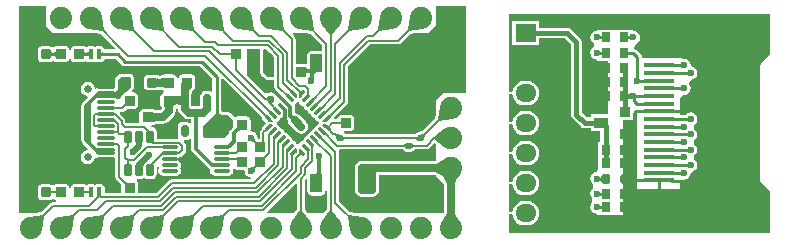
<source format=gtl>
G04*
G04 #@! TF.GenerationSoftware,Altium Limited,Altium Designer,19.1.5 (86)*
G04*
G04 Layer_Physical_Order=1*
G04 Layer_Color=255*
%FSLAX25Y25*%
%MOIN*%
G70*
G01*
G75*
%ADD11C,0.00500*%
%ADD13C,0.01000*%
%ADD14C,0.01200*%
%ADD19R,0.03000X0.03200*%
G04:AMPARAMS|DCode=20|XSize=30mil|YSize=32mil|CornerRadius=7.5mil|HoleSize=0mil|Usage=FLASHONLY|Rotation=0.000|XOffset=0mil|YOffset=0mil|HoleType=Round|Shape=RoundedRectangle|*
%AMROUNDEDRECTD20*
21,1,0.03000,0.01700,0,0,0.0*
21,1,0.01500,0.03200,0,0,0.0*
1,1,0.01500,0.00750,-0.00850*
1,1,0.01500,-0.00750,-0.00850*
1,1,0.01500,-0.00750,0.00850*
1,1,0.01500,0.00750,0.00850*
%
%ADD20ROUNDEDRECTD20*%
%ADD21R,0.05000X0.03600*%
%ADD22R,0.03600X0.03600*%
%ADD23R,0.10000X0.01260*%
G04:AMPARAMS|DCode=24|XSize=12mil|YSize=22mil|CornerRadius=3mil|HoleSize=0mil|Usage=FLASHONLY|Rotation=135.000|XOffset=0mil|YOffset=0mil|HoleType=Round|Shape=RoundedRectangle|*
%AMROUNDEDRECTD24*
21,1,0.01200,0.01600,0,0,135.0*
21,1,0.00600,0.02200,0,0,135.0*
1,1,0.00600,0.00354,0.00778*
1,1,0.00600,0.00778,0.00354*
1,1,0.00600,-0.00354,-0.00778*
1,1,0.00600,-0.00778,-0.00354*
%
%ADD24ROUNDEDRECTD24*%
G04:AMPARAMS|DCode=25|XSize=12mil|YSize=32mil|CornerRadius=3mil|HoleSize=0mil|Usage=FLASHONLY|Rotation=135.000|XOffset=0mil|YOffset=0mil|HoleType=Round|Shape=RoundedRectangle|*
%AMROUNDEDRECTD25*
21,1,0.01200,0.02600,0,0,135.0*
21,1,0.00600,0.03200,0,0,135.0*
1,1,0.00600,0.00707,0.01131*
1,1,0.00600,0.01131,0.00707*
1,1,0.00600,-0.00707,-0.01131*
1,1,0.00600,-0.01131,-0.00707*
%
%ADD25ROUNDEDRECTD25*%
G04:AMPARAMS|DCode=26|XSize=12mil|YSize=22mil|CornerRadius=3mil|HoleSize=0mil|Usage=FLASHONLY|Rotation=225.000|XOffset=0mil|YOffset=0mil|HoleType=Round|Shape=RoundedRectangle|*
%AMROUNDEDRECTD26*
21,1,0.01200,0.01600,0,0,225.0*
21,1,0.00600,0.02200,0,0,225.0*
1,1,0.00600,-0.00778,0.00354*
1,1,0.00600,-0.00354,0.00778*
1,1,0.00600,0.00778,-0.00354*
1,1,0.00600,0.00354,-0.00778*
%
%ADD26ROUNDEDRECTD26*%
G04:AMPARAMS|DCode=27|XSize=12mil|YSize=32mil|CornerRadius=3mil|HoleSize=0mil|Usage=FLASHONLY|Rotation=225.000|XOffset=0mil|YOffset=0mil|HoleType=Round|Shape=RoundedRectangle|*
%AMROUNDEDRECTD27*
21,1,0.01200,0.02600,0,0,225.0*
21,1,0.00600,0.03200,0,0,225.0*
1,1,0.00600,-0.01131,0.00707*
1,1,0.00600,-0.00707,0.01131*
1,1,0.00600,0.01131,-0.00707*
1,1,0.00600,0.00707,-0.01131*
%
%ADD27ROUNDEDRECTD27*%
G04:AMPARAMS|DCode=28|XSize=31.5mil|YSize=31.5mil|CornerRadius=3.15mil|HoleSize=0mil|Usage=FLASHONLY|Rotation=180.000|XOffset=0mil|YOffset=0mil|HoleType=Round|Shape=RoundedRectangle|*
%AMROUNDEDRECTD28*
21,1,0.03150,0.02520,0,0,180.0*
21,1,0.02520,0.03150,0,0,180.0*
1,1,0.00630,-0.01260,0.01260*
1,1,0.00630,0.01260,0.01260*
1,1,0.00630,0.01260,-0.01260*
1,1,0.00630,-0.01260,-0.01260*
%
%ADD28ROUNDEDRECTD28*%
G04:AMPARAMS|DCode=29|XSize=35mil|YSize=35mil|CornerRadius=4.38mil|HoleSize=0mil|Usage=FLASHONLY|Rotation=180.000|XOffset=0mil|YOffset=0mil|HoleType=Round|Shape=RoundedRectangle|*
%AMROUNDEDRECTD29*
21,1,0.03500,0.02625,0,0,180.0*
21,1,0.02625,0.03500,0,0,180.0*
1,1,0.00875,-0.01313,0.01313*
1,1,0.00875,0.01313,0.01313*
1,1,0.00875,0.01313,-0.01313*
1,1,0.00875,-0.01313,-0.01313*
%
%ADD29ROUNDEDRECTD29*%
G04:AMPARAMS|DCode=30|XSize=16mil|YSize=35mil|CornerRadius=2.4mil|HoleSize=0mil|Usage=FLASHONLY|Rotation=0.000|XOffset=0mil|YOffset=0mil|HoleType=Round|Shape=RoundedRectangle|*
%AMROUNDEDRECTD30*
21,1,0.01600,0.03020,0,0,0.0*
21,1,0.01120,0.03500,0,0,0.0*
1,1,0.00480,0.00560,-0.01510*
1,1,0.00480,-0.00560,-0.01510*
1,1,0.00480,-0.00560,0.01510*
1,1,0.00480,0.00560,0.01510*
%
%ADD30ROUNDEDRECTD30*%
G04:AMPARAMS|DCode=31|XSize=35.43mil|YSize=31.5mil|CornerRadius=3.94mil|HoleSize=0mil|Usage=FLASHONLY|Rotation=180.000|XOffset=0mil|YOffset=0mil|HoleType=Round|Shape=RoundedRectangle|*
%AMROUNDEDRECTD31*
21,1,0.03543,0.02362,0,0,180.0*
21,1,0.02756,0.03150,0,0,180.0*
1,1,0.00787,-0.01378,0.01181*
1,1,0.00787,0.01378,0.01181*
1,1,0.00787,0.01378,-0.01181*
1,1,0.00787,-0.01378,-0.01181*
%
%ADD31ROUNDEDRECTD31*%
G04:AMPARAMS|DCode=32|XSize=35mil|YSize=35mil|CornerRadius=3.5mil|HoleSize=0mil|Usage=FLASHONLY|Rotation=270.000|XOffset=0mil|YOffset=0mil|HoleType=Round|Shape=RoundedRectangle|*
%AMROUNDEDRECTD32*
21,1,0.03500,0.02800,0,0,270.0*
21,1,0.02800,0.03500,0,0,270.0*
1,1,0.00700,-0.01400,-0.01400*
1,1,0.00700,-0.01400,0.01400*
1,1,0.00700,0.01400,0.01400*
1,1,0.00700,0.01400,-0.01400*
%
%ADD32ROUNDEDRECTD32*%
G04:AMPARAMS|DCode=33|XSize=35mil|YSize=35mil|CornerRadius=3.5mil|HoleSize=0mil|Usage=FLASHONLY|Rotation=180.000|XOffset=0mil|YOffset=0mil|HoleType=Round|Shape=RoundedRectangle|*
%AMROUNDEDRECTD33*
21,1,0.03500,0.02800,0,0,180.0*
21,1,0.02800,0.03500,0,0,180.0*
1,1,0.00700,-0.01400,0.01400*
1,1,0.00700,0.01400,0.01400*
1,1,0.00700,0.01400,-0.01400*
1,1,0.00700,-0.01400,-0.01400*
%
%ADD33ROUNDEDRECTD33*%
G04:AMPARAMS|DCode=34|XSize=59.06mil|YSize=11.81mil|CornerRadius=2.95mil|HoleSize=0mil|Usage=FLASHONLY|Rotation=0.000|XOffset=0mil|YOffset=0mil|HoleType=Round|Shape=RoundedRectangle|*
%AMROUNDEDRECTD34*
21,1,0.05906,0.00591,0,0,0.0*
21,1,0.05315,0.01181,0,0,0.0*
1,1,0.00591,0.02657,-0.00295*
1,1,0.00591,-0.02657,-0.00295*
1,1,0.00591,-0.02657,0.00295*
1,1,0.00591,0.02657,0.00295*
%
%ADD34ROUNDEDRECTD34*%
G04:AMPARAMS|DCode=35|XSize=35mil|YSize=35mil|CornerRadius=4.38mil|HoleSize=0mil|Usage=FLASHONLY|Rotation=270.000|XOffset=0mil|YOffset=0mil|HoleType=Round|Shape=RoundedRectangle|*
%AMROUNDEDRECTD35*
21,1,0.03500,0.02625,0,0,270.0*
21,1,0.02625,0.03500,0,0,270.0*
1,1,0.00875,-0.01313,-0.01313*
1,1,0.00875,-0.01313,0.01313*
1,1,0.00875,0.01313,0.01313*
1,1,0.00875,0.01313,-0.01313*
%
%ADD35ROUNDEDRECTD35*%
%ADD36O,0.05709X0.01181*%
G04:AMPARAMS|DCode=37|XSize=23.62mil|YSize=43.31mil|CornerRadius=5.91mil|HoleSize=0mil|Usage=FLASHONLY|Rotation=0.000|XOffset=0mil|YOffset=0mil|HoleType=Round|Shape=RoundedRectangle|*
%AMROUNDEDRECTD37*
21,1,0.02362,0.03150,0,0,0.0*
21,1,0.01181,0.04331,0,0,0.0*
1,1,0.01181,0.00591,-0.01575*
1,1,0.01181,-0.00591,-0.01575*
1,1,0.01181,-0.00591,0.01575*
1,1,0.01181,0.00591,0.01575*
%
%ADD37ROUNDEDRECTD37*%
G04:AMPARAMS|DCode=38|XSize=62.99mil|YSize=39.37mil|CornerRadius=3.94mil|HoleSize=0mil|Usage=FLASHONLY|Rotation=270.000|XOffset=0mil|YOffset=0mil|HoleType=Round|Shape=RoundedRectangle|*
%AMROUNDEDRECTD38*
21,1,0.06299,0.03150,0,0,270.0*
21,1,0.05512,0.03937,0,0,270.0*
1,1,0.00787,-0.01575,-0.02756*
1,1,0.00787,-0.01575,0.02756*
1,1,0.00787,0.01575,0.02756*
1,1,0.00787,0.01575,-0.02756*
%
%ADD38ROUNDEDRECTD38*%
G04:AMPARAMS|DCode=39|XSize=23.62mil|YSize=39.37mil|CornerRadius=5.91mil|HoleSize=0mil|Usage=FLASHONLY|Rotation=0.000|XOffset=0mil|YOffset=0mil|HoleType=Round|Shape=RoundedRectangle|*
%AMROUNDEDRECTD39*
21,1,0.02362,0.02756,0,0,0.0*
21,1,0.01181,0.03937,0,0,0.0*
1,1,0.01181,0.00591,-0.01378*
1,1,0.01181,-0.00591,-0.01378*
1,1,0.01181,-0.00591,0.01378*
1,1,0.01181,0.00591,0.01378*
%
%ADD39ROUNDEDRECTD39*%
%ADD67C,0.01500*%
%ADD68C,0.02500*%
%ADD69C,0.02000*%
%ADD70O,0.07000X0.06000*%
%ADD71R,0.07000X0.06000*%
%ADD72C,0.07400*%
%ADD73C,0.02559*%
%ADD74O,0.06299X0.03937*%
%ADD75O,0.08268X0.03937*%
%ADD76C,0.02362*%
G36*
X165521Y31337D02*
X160997Y30643D01*
X160643Y30997D01*
X160661Y31053D01*
X160690Y31196D01*
X161337Y35521D01*
X165521Y31337D01*
D02*
G37*
G36*
X155521D02*
X150997Y30643D01*
X150643Y30997D01*
X150661Y31053D01*
X150690Y31196D01*
X151337Y35521D01*
X155521Y31337D01*
D02*
G37*
G36*
X145521D02*
X140997Y30643D01*
X140643Y30997D01*
X140661Y31053D01*
X140690Y31196D01*
X141337Y35521D01*
X145521Y31337D01*
D02*
G37*
G36*
X129357Y30997D02*
X129003Y30643D01*
X128947Y30661D01*
X128804Y30690D01*
X124479Y31337D01*
X128663Y35521D01*
X129357Y30997D01*
D02*
G37*
G36*
X119357D02*
X119003Y30643D01*
X118948Y30661D01*
X118804Y30690D01*
X114479Y31337D01*
X118663Y35521D01*
X119357Y30997D01*
D02*
G37*
G36*
X109357D02*
X109003Y30643D01*
X108948Y30661D01*
X108804Y30690D01*
X104479Y31337D01*
X108663Y35521D01*
X109357Y30997D01*
D02*
G37*
G36*
X99357D02*
X99003Y30643D01*
X98948Y30661D01*
X98804Y30690D01*
X94479Y31337D01*
X98663Y35521D01*
X99357Y30997D01*
D02*
G37*
G36*
X89357D02*
X89003Y30643D01*
X88947Y30661D01*
X88804Y30690D01*
X84479Y31337D01*
X88663Y35521D01*
X89357Y30997D01*
D02*
G37*
G36*
X79357D02*
X79003Y30643D01*
X78948Y30661D01*
X78804Y30690D01*
X74479Y31337D01*
X78663Y35521D01*
X79357Y30997D01*
D02*
G37*
G36*
X69357D02*
X69003Y30643D01*
X68947Y30661D01*
X68804Y30690D01*
X64479Y31337D01*
X68663Y35521D01*
X69357Y30997D01*
D02*
G37*
G36*
X59357D02*
X59003Y30643D01*
X58947Y30661D01*
X58804Y30690D01*
X54479Y31337D01*
X58663Y35521D01*
X59357Y30997D01*
D02*
G37*
G36*
X135250Y29089D02*
X134750D01*
X134723Y29140D01*
X134642Y29263D01*
X132041Y32778D01*
X137959D01*
X135250Y29089D01*
D02*
G37*
G36*
X40000Y32500D02*
X42500Y30000D01*
X56523D01*
X58492Y29705D01*
X63206Y24991D01*
X63015Y24529D01*
X59620D01*
X59528Y24994D01*
X59254Y25404D01*
X58844Y25678D01*
X58360Y25774D01*
X57240D01*
X56756Y25678D01*
X56500Y25507D01*
X56244Y25678D01*
X55760Y25774D01*
X54640D01*
X54156Y25678D01*
X53862Y25481D01*
X53349Y25349D01*
X52873Y25667D01*
X52312Y25778D01*
X49687D01*
X49127Y25667D01*
X48651Y25349D01*
X48333Y24873D01*
X48255Y24479D01*
X47745D01*
X47667Y24873D01*
X47349Y25349D01*
X46873Y25667D01*
X46312Y25778D01*
X43687D01*
X43127Y25667D01*
X42651Y25349D01*
X42033Y25324D01*
X41773Y25499D01*
X41260Y25601D01*
X38740D01*
X38227Y25499D01*
X37792Y25208D01*
X37501Y24773D01*
X37399Y24260D01*
Y21740D01*
X37501Y21227D01*
X37792Y20792D01*
X38227Y20502D01*
X38740Y20399D01*
X41260D01*
X41773Y20502D01*
X42033Y20676D01*
X42651Y20651D01*
X43127Y20333D01*
X43687Y20222D01*
X46312D01*
X46873Y20333D01*
X47349Y20651D01*
X47667Y21127D01*
X47745Y21521D01*
X48255D01*
X48333Y21127D01*
X48651Y20651D01*
X49127Y20333D01*
X49687Y20222D01*
X52312D01*
X52873Y20333D01*
X53349Y20651D01*
X53862Y20519D01*
X54156Y20322D01*
X54640Y20226D01*
X55760D01*
X56244Y20322D01*
X56500Y20493D01*
X56756Y20322D01*
X57240Y20226D01*
X58360D01*
X58844Y20322D01*
X59254Y20596D01*
X59528Y21006D01*
X59620Y21471D01*
X63367D01*
X65419Y19419D01*
X65915Y19087D01*
X66500Y18971D01*
X91366D01*
X95471Y14866D01*
Y10717D01*
X95030Y10481D01*
X94951Y10534D01*
X94331Y10657D01*
X93150D01*
X92529Y10534D01*
X92003Y10182D01*
X91651Y9656D01*
X91528Y9035D01*
Y8069D01*
X91446Y7658D01*
Y5794D01*
X88563D01*
X88554Y5803D01*
Y9692D01*
X88566Y9807D01*
X88608Y10039D01*
X88663Y10243D01*
X88729Y10418D01*
X88805Y10570D01*
X88889Y10700D01*
X88983Y10814D01*
X89090Y10915D01*
X89257Y11042D01*
X89273Y11060D01*
X89373Y11127D01*
X89494Y11307D01*
X89522Y11339D01*
X89530Y11361D01*
X89672Y11573D01*
X89776Y12100D01*
Y14900D01*
X89672Y15427D01*
X89373Y15873D01*
X88927Y16172D01*
X88400Y16276D01*
X85600D01*
X85073Y16172D01*
X84627Y15873D01*
X84328Y15427D01*
X84247Y15018D01*
X83737D01*
X83667Y15373D01*
X83349Y15849D01*
X82873Y16167D01*
X82313Y16278D01*
X79688D01*
X79409Y16223D01*
X79388Y16224D01*
X79349Y16211D01*
X79127Y16167D01*
X79032Y16103D01*
X79012Y16096D01*
X78908Y16037D01*
X78822Y15999D01*
X78708Y15961D01*
X78299Y15869D01*
X78086Y15839D01*
X78086D01*
X77841Y15865D01*
X77690Y15891D01*
X77590Y15915D01*
X77565Y15924D01*
X77527Y15944D01*
X77521Y15946D01*
X77449Y15994D01*
X77164Y16051D01*
X77145Y16056D01*
X77140Y16056D01*
X76906Y16102D01*
X74150D01*
X73606Y15994D01*
X73145Y15686D01*
X72837Y15225D01*
X72729Y14681D01*
Y12319D01*
X72837Y11775D01*
X73145Y11314D01*
X73606Y11006D01*
X74150Y10898D01*
X76906D01*
X77140Y10944D01*
X77145Y10944D01*
X77165Y10949D01*
X77449Y11006D01*
X77521Y11054D01*
X77527Y11056D01*
X77565Y11076D01*
X77590Y11085D01*
X77690Y11109D01*
X77819Y11131D01*
X78127Y11150D01*
X78324Y11126D01*
X78522Y11088D01*
X78693Y11044D01*
X78822Y11001D01*
X78908Y10963D01*
X79012Y10904D01*
X79032Y10897D01*
X79127Y10833D01*
X79349Y10789D01*
X79388Y10776D01*
X79401Y10731D01*
X79127Y10167D01*
X78651Y9849D01*
X78333Y9373D01*
X78222Y8813D01*
Y6188D01*
X78333Y5627D01*
X78638Y5171D01*
X78657Y5088D01*
X78677Y4966D01*
X78680Y4924D01*
X78050Y4294D01*
X77445D01*
X77255Y4307D01*
X76724Y4374D01*
X76532Y4412D01*
X76365Y4456D01*
X76237Y4500D01*
X76149Y4539D01*
X76044Y4600D01*
X76023Y4607D01*
X75927Y4672D01*
X75707Y4715D01*
X75667Y4729D01*
X75646Y4728D01*
X75400Y4776D01*
X72600D01*
X72073Y4672D01*
X71627Y4373D01*
X71328Y3927D01*
X71224Y3400D01*
Y600D01*
X71256Y436D01*
X70864Y-64D01*
X66866D01*
X66575Y228D01*
Y700D01*
X66478Y1188D01*
X66201Y1601D01*
X64618Y3185D01*
X64809Y3647D01*
X65421D01*
X65909Y3744D01*
X66322Y4020D01*
X67024Y4722D01*
X69313D01*
X69873Y4833D01*
X70349Y5151D01*
X70667Y5627D01*
X70778Y6188D01*
Y8812D01*
X70667Y9373D01*
X70349Y9849D01*
X69873Y10167D01*
X69313Y10278D01*
X68873D01*
X68682Y10740D01*
X69221Y11279D01*
X69442Y11610D01*
X69520Y12000D01*
Y15000D01*
X69442Y15390D01*
X69221Y15721D01*
X68721Y16221D01*
X68390Y16442D01*
X68000Y16520D01*
X65000D01*
X64610Y16442D01*
X64279Y16221D01*
X63279Y15221D01*
X63058Y14890D01*
X62980Y14500D01*
Y13770D01*
X63000Y13672D01*
Y13571D01*
X63037Y13384D01*
Y12994D01*
X63000Y12807D01*
Y12706D01*
X62980Y12608D01*
Y12589D01*
X63000Y12490D01*
Y12390D01*
X63037Y12203D01*
Y12105D01*
X62736Y11655D01*
X60156D01*
X60079Y11671D01*
X57735D01*
X57658Y11655D01*
X57421D01*
X56916Y11555D01*
X56826Y11495D01*
X56271Y11725D01*
X56163Y12267D01*
X55659Y13021D01*
X54905Y13525D01*
X54016Y13702D01*
X53126Y13525D01*
X52372Y13021D01*
X51868Y12267D01*
X51692Y11378D01*
X51868Y10488D01*
X52372Y9735D01*
X53126Y9231D01*
X53782Y9100D01*
X53961Y8572D01*
X52346Y6957D01*
X51993Y6428D01*
X51869Y5804D01*
Y-5804D01*
X51993Y-6428D01*
X52346Y-6957D01*
X53961Y-8572D01*
X53782Y-9100D01*
X53126Y-9231D01*
X52372Y-9735D01*
X51868Y-10488D01*
X51692Y-11378D01*
X51868Y-12267D01*
X52372Y-13021D01*
X53126Y-13525D01*
X54016Y-13702D01*
X54905Y-13525D01*
X55659Y-13021D01*
X56163Y-12267D01*
X56271Y-11725D01*
X56826Y-11495D01*
X56916Y-11555D01*
X57421Y-11655D01*
X57658D01*
X57735Y-11671D01*
X60079D01*
X60156Y-11655D01*
X62736D01*
X62839Y-11635D01*
X63226Y-11952D01*
Y-18000D01*
X63323Y-18488D01*
X63599Y-18901D01*
X65222Y-20524D01*
Y-22813D01*
X65227Y-22839D01*
X64910Y-23225D01*
X59624D01*
Y-21490D01*
X59528Y-21006D01*
X59254Y-20596D01*
X58844Y-20322D01*
X58360Y-20226D01*
X57240D01*
X56756Y-20322D01*
X56500Y-20493D01*
X56244Y-20322D01*
X55760Y-20226D01*
X54640D01*
X54156Y-20322D01*
X53862Y-20519D01*
X53349Y-20651D01*
X52873Y-20333D01*
X52312Y-20222D01*
X49687D01*
X49127Y-20333D01*
X48651Y-20651D01*
X48333Y-21127D01*
X48255Y-21521D01*
X47745D01*
X47667Y-21127D01*
X47349Y-20651D01*
X46873Y-20333D01*
X46312Y-20222D01*
X43687D01*
X43127Y-20333D01*
X42651Y-20651D01*
X42033Y-20676D01*
X41773Y-20502D01*
X41260Y-20399D01*
X38740D01*
X38227Y-20502D01*
X37792Y-20792D01*
X37501Y-21227D01*
X37399Y-21740D01*
Y-24260D01*
X37501Y-24773D01*
X37792Y-25208D01*
X38227Y-25499D01*
X38740Y-25601D01*
X41260D01*
X41773Y-25499D01*
X42033Y-25324D01*
X42651Y-25349D01*
X43127Y-25667D01*
X43423Y-25725D01*
X43374Y-26226D01*
X42500D01*
X42012Y-26322D01*
X41599Y-26599D01*
X38510Y-29687D01*
X36470Y-30000D01*
X31019D01*
Y38980D01*
X40000D01*
Y32500D01*
D02*
G37*
G36*
X128492Y29705D02*
X132226Y25972D01*
Y24488D01*
X131839Y24171D01*
X131807Y24177D01*
X128657D01*
X128114Y24069D01*
X127653Y23761D01*
X127345Y23300D01*
X127236Y22756D01*
Y20066D01*
X127166Y19977D01*
X126736Y19710D01*
X126400Y19776D01*
X123600D01*
X123275Y20044D01*
Y28000D01*
X123178Y28488D01*
X122901Y28901D01*
X122264Y29538D01*
X122456Y30000D01*
X126523D01*
X128492Y29705D01*
D02*
G37*
G36*
X54405Y22000D02*
X54395Y22095D01*
X54365Y22180D01*
X54314Y22255D01*
X54243Y22320D01*
X54152Y22375D01*
X54041Y22420D01*
X53909Y22455D01*
X53758Y22480D01*
X53585Y22495D01*
X53570Y22495D01*
X53554Y22495D01*
X53382Y22480D01*
X53230Y22455D01*
X53099Y22420D01*
X52987Y22375D01*
X52896Y22320D01*
X52825Y22255D01*
X52775Y22180D01*
X52745Y22095D01*
X52734Y22000D01*
Y24000D01*
X52745Y23905D01*
X52775Y23820D01*
X52825Y23745D01*
X52896Y23680D01*
X52987Y23625D01*
X53099Y23580D01*
X53230Y23545D01*
X53382Y23520D01*
X53554Y23505D01*
X53570Y23505D01*
X53585Y23505D01*
X53758Y23520D01*
X53909Y23545D01*
X54041Y23580D01*
X54152Y23625D01*
X54243Y23680D01*
X54314Y23745D01*
X54365Y23820D01*
X54395Y23905D01*
X54405Y24000D01*
Y22000D01*
D02*
G37*
G36*
X43266D02*
X43256Y22095D01*
X43225Y22180D01*
X43175Y22255D01*
X43104Y22320D01*
X43013Y22375D01*
X42901Y22420D01*
X42770Y22455D01*
X42618Y22480D01*
X42446Y22495D01*
X42411Y22496D01*
X42376Y22495D01*
X42204Y22480D01*
X42053Y22455D01*
X41921Y22420D01*
X41810Y22375D01*
X41719Y22320D01*
X41648Y22255D01*
X41597Y22180D01*
X41567Y22095D01*
X41557Y22000D01*
Y24000D01*
X41567Y23905D01*
X41597Y23820D01*
X41648Y23745D01*
X41719Y23680D01*
X41810Y23625D01*
X41921Y23580D01*
X42053Y23545D01*
X42204Y23520D01*
X42376Y23505D01*
X42411Y23504D01*
X42446Y23505D01*
X42618Y23520D01*
X42770Y23545D01*
X42901Y23580D01*
X43013Y23625D01*
X43104Y23680D01*
X43175Y23745D01*
X43225Y23820D01*
X43256Y23905D01*
X43266Y24000D01*
Y22000D01*
D02*
G37*
G36*
X101766Y22500D02*
X101761Y22547D01*
X101745Y22590D01*
X101720Y22627D01*
X101684Y22660D01*
X101638Y22688D01*
X101581Y22710D01*
X101515Y22727D01*
X101438Y22740D01*
X101351Y22748D01*
X101254Y22750D01*
Y23250D01*
X101351Y23253D01*
X101438Y23260D01*
X101515Y23272D01*
X101581Y23290D01*
X101638Y23313D01*
X101684Y23340D01*
X101720Y23372D01*
X101745Y23410D01*
X101761Y23452D01*
X101766Y23500D01*
Y22500D01*
D02*
G37*
G36*
X58605Y23905D02*
X58635Y23820D01*
X58686Y23745D01*
X58757Y23680D01*
X58848Y23625D01*
X58959Y23580D01*
X59091Y23545D01*
X59242Y23520D01*
X59414Y23505D01*
X59607Y23500D01*
Y22500D01*
X59414Y22495D01*
X59242Y22480D01*
X59091Y22455D01*
X58959Y22420D01*
X58848Y22375D01*
X58757Y22320D01*
X58686Y22255D01*
X58635Y22180D01*
X58605Y22095D01*
X58595Y22000D01*
Y24000D01*
X58605Y23905D01*
D02*
G37*
G36*
X103953Y21260D02*
X103910Y21245D01*
X103873Y21220D01*
X103840Y21184D01*
X103813Y21138D01*
X103790Y21081D01*
X103772Y21015D01*
X103760Y20938D01*
X103753Y20851D01*
X103750Y20754D01*
X103250D01*
X103247Y20851D01*
X103240Y20938D01*
X103227Y21015D01*
X103210Y21081D01*
X103188Y21138D01*
X103160Y21184D01*
X103128Y21220D01*
X103090Y21245D01*
X103048Y21260D01*
X103000Y21266D01*
X104000D01*
X103953Y21260D01*
D02*
G37*
G36*
X128484Y17071D02*
X130080Y16867D01*
X129966Y16869D01*
X129864Y16843D01*
X129774Y16790D01*
X129696Y16710D01*
X129630Y16602D01*
X129576Y16467D01*
X129534Y16305D01*
X129504Y16116D01*
X129486Y15899D01*
X129480Y15655D01*
X129471Y15657D01*
X129437Y14568D01*
X127639Y15142D01*
X127760Y15233D01*
X127869Y15324D01*
X127965Y15416D01*
X128049Y15508D01*
X128119Y15600D01*
X128177Y15693D01*
X128222Y15786D01*
X128254Y15879D01*
X128273Y15973D01*
X128280Y16067D01*
X128281Y16067D01*
X128294Y16865D01*
X127945Y16856D01*
Y16850D01*
X127710Y16844D01*
X127501Y16826D01*
X127317Y16796D01*
X127158Y16754D01*
X127024Y16700D01*
X126916Y16634D01*
X126832Y16556D01*
X126774Y16466D01*
X126741Y16364D01*
X126733Y16250D01*
X126644Y18644D01*
X126728Y18531D01*
X126823Y18430D01*
X126927Y18341D01*
X127042Y18264D01*
X127167Y18199D01*
X127302Y18145D01*
X127448Y18104D01*
X127569Y18081D01*
X127719Y18104D01*
X127881Y18146D01*
X128016Y18200D01*
X128124Y18266D01*
X128204Y18344D01*
X128257Y18434D01*
X128282Y18536D01*
X128280Y18650D01*
X128484Y17071D01*
D02*
G37*
G36*
X116226Y21972D02*
Y15705D01*
X116000Y15520D01*
X113922D01*
X113417Y16025D01*
X113334Y16081D01*
X113263Y16152D01*
X113170Y16190D01*
X113086Y16246D01*
X113014Y16260D01*
X112862Y16362D01*
X112760Y16514D01*
X112746Y16586D01*
X112690Y16670D01*
X112652Y16763D01*
X112581Y16834D01*
X112525Y16917D01*
X112520Y16922D01*
Y24500D01*
X112705Y24725D01*
X113472D01*
X116226Y21972D01*
D02*
G37*
G36*
X79522Y14754D02*
X79781Y14750D01*
Y12250D01*
X79522Y12248D01*
Y11787D01*
X79369Y11875D01*
X79189Y11953D01*
X78981Y12023D01*
X78746Y12083D01*
X78483Y12134D01*
X78158Y12174D01*
X77700Y12145D01*
X77482Y12108D01*
X77303Y12064D01*
X77160Y12015D01*
X77054Y11959D01*
Y12243D01*
X76754Y12250D01*
Y14750D01*
X77054Y14753D01*
Y15041D01*
X77160Y14985D01*
X77303Y14936D01*
X77482Y14892D01*
X77700Y14855D01*
X78065Y14816D01*
X78192Y14824D01*
X78483Y14866D01*
X78981Y14977D01*
X79189Y15046D01*
X79369Y15125D01*
X79522Y15213D01*
Y14754D01*
D02*
G37*
G36*
X68500Y15000D02*
Y12000D01*
X66778Y10278D01*
X66688D01*
X66127Y10167D01*
X65651Y9849D01*
X65333Y9373D01*
X65222Y8812D01*
Y8722D01*
X64500Y8000D01*
X63749D01*
X63670Y8119D01*
X63242Y8405D01*
X62736Y8506D01*
X57421D01*
X57238Y8691D01*
X57151Y8607D01*
X56284Y9436D01*
X56443Y9597D01*
X57109Y10350D01*
X57139Y10404D01*
X57154Y10445D01*
X57324Y10347D01*
X57386Y10399D01*
X57421Y10392D01*
X62736D01*
X63242Y10492D01*
X63670Y10779D01*
X63956Y11207D01*
X64057Y11713D01*
Y12303D01*
X64000Y12589D01*
Y12608D01*
X64057Y12894D01*
Y13484D01*
X64000Y13770D01*
Y14500D01*
X65000Y15500D01*
X68000D01*
X68500Y15000D01*
D02*
G37*
G36*
X121544Y11165D02*
X121691Y11045D01*
X121758Y11003D01*
X121819Y10972D01*
X121876Y10953D01*
X121927Y10947D01*
X121974Y10951D01*
X122016Y10968D01*
X122053Y10997D01*
X121355Y10299D01*
X121384Y10336D01*
X121400Y10378D01*
X121405Y10424D01*
X121398Y10476D01*
X121380Y10532D01*
X121349Y10594D01*
X121307Y10660D01*
X121253Y10732D01*
X121187Y10808D01*
X121109Y10889D01*
X121463Y11242D01*
X121544Y11165D01*
D02*
G37*
G36*
X111500Y24500D02*
Y16500D01*
X111804Y16196D01*
X111828Y16073D01*
X112127Y15627D01*
X112573Y15328D01*
X112696Y15304D01*
X113500Y14500D01*
X116000D01*
X116226Y14275D01*
Y12226D01*
X116233Y12236D01*
X116226Y12223D01*
Y12068D01*
X116323Y11580D01*
X116500Y11314D01*
Y11211D01*
X116508Y11199D01*
X116672Y10994D01*
X117093Y10539D01*
X116528Y9407D01*
X116269Y9658D01*
X115809Y10051D01*
X115786Y10068D01*
X115000Y10224D01*
X114149Y10055D01*
X114067Y10000D01*
X113019D01*
X107000Y16018D01*
Y24500D01*
X107226Y24725D01*
X111275D01*
X111500Y24500D01*
D02*
G37*
G36*
X127750Y9822D02*
X127752Y9691D01*
X127772Y9464D01*
X127788Y9368D01*
X127810Y9285D01*
X127836Y9213D01*
X127868Y9154D01*
X127904Y9107D01*
X127944Y9071D01*
X127990Y9048D01*
X127008Y9399D01*
X127054Y9390D01*
X127095Y9399D01*
X127132Y9426D01*
X127163Y9470D01*
X127190Y9531D01*
X127211Y9611D01*
X127228Y9707D01*
X127240Y9821D01*
X127250Y10102D01*
X127750Y9822D01*
D02*
G37*
G36*
X120152Y9773D02*
X120299Y9653D01*
X120366Y9611D01*
X120427Y9580D01*
X120484Y9561D01*
X120535Y9555D01*
X120582Y9560D01*
X120624Y9576D01*
X120661Y9605D01*
X119963Y8907D01*
X119992Y8944D01*
X120008Y8986D01*
X120013Y9032D01*
X120006Y9084D01*
X119988Y9140D01*
X119957Y9202D01*
X119915Y9268D01*
X119861Y9340D01*
X119795Y9416D01*
X119717Y9497D01*
X120071Y9850D01*
X120152Y9773D01*
D02*
G37*
G36*
X85282Y11968D02*
X88644Y11856D01*
X88428Y11694D01*
X88235Y11510D01*
X88065Y11304D01*
X87918Y11077D01*
X87793Y10827D01*
X87691Y10556D01*
X87612Y10264D01*
X87555Y9949D01*
X87521Y9613D01*
X87510Y9255D01*
X85262D01*
X85444Y5735D01*
X85255Y5847D01*
X85044Y5948D01*
X84812Y6038D01*
X84558Y6115D01*
X84283Y6180D01*
X83986Y6234D01*
X83890Y6244D01*
X83864Y6242D01*
X83576Y6193D01*
X83311Y6134D01*
X83068Y6063D01*
X82849Y5982D01*
X82652Y5890D01*
X82585Y5850D01*
X82549Y5818D01*
X82486Y5727D01*
X82431Y5608D01*
X82383Y5461D01*
X82342Y5287D01*
X82309Y5085D01*
X82265Y4598D01*
X82250Y4000D01*
X79750D01*
X79746Y4313D01*
X79691Y5085D01*
X79658Y5287D01*
X79617Y5461D01*
X79569Y5608D01*
X79514Y5727D01*
X79451Y5818D01*
X79381Y5881D01*
X82478D01*
Y9213D01*
X82610Y9140D01*
X82773Y9075D01*
X82969Y9017D01*
X83197Y8967D01*
X83457Y8925D01*
X83732Y8897D01*
X84090Y8929D01*
X84376Y8985D01*
X84624Y9053D01*
X84837Y9134D01*
X85012Y9228D01*
X85048Y9255D01*
X85010D01*
X85013Y9844D01*
X85143Y11895D01*
X85184Y11990D01*
X85230Y12014D01*
X85282Y11968D01*
D02*
G37*
G36*
X124799Y10559D02*
X124866Y10502D01*
X124929Y10456D01*
X124989Y10421D01*
X125045Y10397D01*
X125097Y10384D01*
X125145Y10382D01*
X125189Y10391D01*
X125230Y10410D01*
X125266Y10441D01*
X124654Y9811D01*
X125485Y8980D01*
X124707Y8202D01*
X124354Y8556D01*
Y9546D01*
X124620Y9812D01*
X124626Y9849D01*
X124622Y9898D01*
X124608Y9951D01*
X124583Y10007D01*
X124547Y10068D01*
X124500Y10132D01*
X124443Y10200D01*
X124374Y10272D01*
X124728Y10626D01*
X124799Y10559D01*
D02*
G37*
G36*
X123646Y9546D02*
Y8556D01*
X123293Y8202D01*
X122515Y8980D01*
X123364Y9829D01*
X123646Y9546D01*
D02*
G37*
G36*
X129675Y8105D02*
X129597Y8024D01*
X129477Y7876D01*
X129435Y7810D01*
X129404Y7749D01*
X129386Y7692D01*
X129379Y7640D01*
X129384Y7594D01*
X129400Y7552D01*
X129429Y7515D01*
X128731Y8213D01*
X128768Y8184D01*
X128810Y8168D01*
X128857Y8163D01*
X128908Y8169D01*
X128965Y8188D01*
X129026Y8219D01*
X129093Y8261D01*
X129164Y8315D01*
X129240Y8381D01*
X129321Y8459D01*
X129675Y8105D01*
D02*
G37*
G36*
X131067Y6713D02*
X130989Y6632D01*
X130869Y6484D01*
X130827Y6418D01*
X130796Y6357D01*
X130778Y6300D01*
X130771Y6248D01*
X130776Y6202D01*
X130792Y6160D01*
X130821Y6123D01*
X130123Y6821D01*
X130160Y6792D01*
X130202Y6776D01*
X130248Y6771D01*
X130300Y6778D01*
X130357Y6796D01*
X130418Y6827D01*
X130484Y6869D01*
X130556Y6923D01*
X130632Y6989D01*
X130713Y7067D01*
X131067Y6713D01*
D02*
G37*
G36*
X114288Y7288D02*
X115942D01*
X115811Y7112D01*
X115278Y6309D01*
X115257Y6255D01*
X115250Y6216D01*
X114750D01*
X114743Y6255D01*
X114722Y6309D01*
X114688Y6378D01*
X114639Y6462D01*
X114411Y6807D01*
X114152Y7160D01*
X114112Y7189D01*
X113309Y7722D01*
X113255Y7743D01*
X113216Y7750D01*
Y8250D01*
X113255Y8257D01*
X113309Y8278D01*
X113378Y8312D01*
X113462Y8361D01*
X113807Y8589D01*
X114288Y8942D01*
Y7288D01*
D02*
G37*
G36*
X281481Y22922D02*
X278279Y19721D01*
X278058Y19390D01*
X277980Y19000D01*
Y-19000D01*
X278058Y-19390D01*
X278279Y-19721D01*
X281481Y-22922D01*
Y-36481D01*
X194300D01*
Y-30341D01*
X195500Y-30262D01*
X195603Y-31044D01*
X196006Y-32017D01*
X196647Y-32853D01*
X197483Y-33494D01*
X198456Y-33897D01*
X199500Y-34034D01*
X200500D01*
X201544Y-33897D01*
X202517Y-33494D01*
X203353Y-32853D01*
X203994Y-32017D01*
X204397Y-31044D01*
X204535Y-30000D01*
X204397Y-28956D01*
X203994Y-27983D01*
X203353Y-27147D01*
X202517Y-26506D01*
X201544Y-26103D01*
X200500Y-25965D01*
X199500D01*
X198456Y-26103D01*
X197483Y-26506D01*
X196647Y-27147D01*
X196006Y-27983D01*
X195603Y-28956D01*
X195500Y-29738D01*
X194300Y-29659D01*
Y-20341D01*
X195500Y-20262D01*
X195603Y-21044D01*
X196006Y-22017D01*
X196647Y-22853D01*
X197483Y-23494D01*
X198456Y-23897D01*
X199500Y-24035D01*
X200500D01*
X201544Y-23897D01*
X202517Y-23494D01*
X203353Y-22853D01*
X203994Y-22017D01*
X204397Y-21044D01*
X204535Y-20000D01*
X204397Y-18956D01*
X203994Y-17983D01*
X203353Y-17147D01*
X202517Y-16506D01*
X201544Y-16103D01*
X200500Y-15966D01*
X199500D01*
X198456Y-16103D01*
X197483Y-16506D01*
X196647Y-17147D01*
X196006Y-17983D01*
X195603Y-18956D01*
X195500Y-19738D01*
X194300Y-19659D01*
Y-10341D01*
X195500Y-10262D01*
X195603Y-11044D01*
X196006Y-12017D01*
X196647Y-12853D01*
X197483Y-13494D01*
X198456Y-13897D01*
X199500Y-14035D01*
X200500D01*
X201544Y-13897D01*
X202517Y-13494D01*
X203353Y-12853D01*
X203994Y-12017D01*
X204397Y-11044D01*
X204535Y-10000D01*
X204397Y-8956D01*
X203994Y-7983D01*
X203353Y-7147D01*
X202517Y-6506D01*
X201544Y-6103D01*
X200500Y-5965D01*
X199500D01*
X198456Y-6103D01*
X197483Y-6506D01*
X196647Y-7147D01*
X196006Y-7983D01*
X195603Y-8956D01*
X195500Y-9738D01*
X194300Y-9659D01*
Y-341D01*
X195500Y-262D01*
X195603Y-1044D01*
X196006Y-2017D01*
X196647Y-2853D01*
X197483Y-3494D01*
X198456Y-3897D01*
X199500Y-4034D01*
X200500D01*
X201544Y-3897D01*
X202517Y-3494D01*
X203353Y-2853D01*
X203994Y-2017D01*
X204397Y-1044D01*
X204535Y0D01*
X204397Y1044D01*
X203994Y2017D01*
X203353Y2853D01*
X202517Y3494D01*
X201544Y3897D01*
X200500Y4034D01*
X199500D01*
X198456Y3897D01*
X197483Y3494D01*
X196647Y2853D01*
X196006Y2017D01*
X195603Y1044D01*
X195500Y262D01*
X194300Y341D01*
Y9659D01*
X195500Y9738D01*
X195603Y8956D01*
X196006Y7983D01*
X196647Y7147D01*
X197483Y6506D01*
X198456Y6103D01*
X199500Y5965D01*
X200500D01*
X201544Y6103D01*
X202517Y6506D01*
X203353Y7147D01*
X203994Y7983D01*
X204397Y8956D01*
X204535Y10000D01*
X204397Y11044D01*
X203994Y12017D01*
X203353Y12853D01*
X202517Y13494D01*
X201544Y13897D01*
X200500Y14035D01*
X199500D01*
X198456Y13897D01*
X197483Y13494D01*
X196647Y12853D01*
X196006Y12017D01*
X195603Y11044D01*
X195500Y10262D01*
X194300Y10341D01*
Y36481D01*
X281481D01*
Y22922D01*
D02*
G37*
G36*
X66961Y5766D02*
X66923Y5793D01*
X66878Y5806D01*
X66827Y5806D01*
X66768Y5791D01*
X66702Y5763D01*
X66629Y5721D01*
X66549Y5665D01*
X66462Y5595D01*
X66267Y5413D01*
X65913Y5767D01*
X66011Y5868D01*
X66165Y6049D01*
X66221Y6129D01*
X66263Y6202D01*
X66291Y6268D01*
X66306Y6327D01*
X66306Y6378D01*
X66293Y6423D01*
X66266Y6461D01*
X66961Y5766D01*
D02*
G37*
G36*
X132458Y5321D02*
X132381Y5240D01*
X132261Y5093D01*
X132219Y5026D01*
X132188Y4965D01*
X132169Y4908D01*
X132163Y4857D01*
X132167Y4810D01*
X132184Y4768D01*
X132213Y4731D01*
X131515Y5429D01*
X131552Y5400D01*
X131594Y5384D01*
X131640Y5379D01*
X131692Y5386D01*
X131749Y5404D01*
X131810Y5435D01*
X131876Y5477D01*
X131948Y5531D01*
X132024Y5597D01*
X132105Y5675D01*
X132458Y5321D01*
D02*
G37*
G36*
X115976Y5597D02*
X116124Y5477D01*
X116190Y5435D01*
X116251Y5404D01*
X116308Y5386D01*
X116360Y5379D01*
X116406Y5384D01*
X116448Y5400D01*
X116485Y5429D01*
X115787Y4731D01*
X115816Y4768D01*
X115832Y4810D01*
X115837Y4857D01*
X115831Y4908D01*
X115812Y4965D01*
X115781Y5026D01*
X115739Y5093D01*
X115685Y5164D01*
X115619Y5240D01*
X115542Y5321D01*
X115895Y5675D01*
X115976Y5597D01*
D02*
G37*
G36*
X62976Y5373D02*
X63017Y5331D01*
X63063Y5294D01*
X63114Y5261D01*
X63170Y5234D01*
X63231Y5211D01*
X63297Y5194D01*
X63368Y5181D01*
X63444Y5174D01*
X63525Y5171D01*
Y4671D01*
X63444Y4669D01*
X63368Y4661D01*
X63297Y4649D01*
X63231Y4631D01*
X63170Y4609D01*
X63114Y4581D01*
X63063Y4549D01*
X63017Y4512D01*
X62976Y4469D01*
X62940Y4422D01*
Y5421D01*
X62976Y5373D01*
D02*
G37*
G36*
X133851Y3929D02*
X133773Y3848D01*
X133653Y3701D01*
X133611Y3634D01*
X133580Y3573D01*
X133561Y3516D01*
X133554Y3465D01*
X133560Y3418D01*
X133576Y3376D01*
X133605Y3339D01*
X132907Y4037D01*
X132944Y4008D01*
X132986Y3992D01*
X133032Y3987D01*
X133084Y3994D01*
X133141Y4012D01*
X133202Y4043D01*
X133268Y4085D01*
X133340Y4139D01*
X133416Y4205D01*
X133497Y4283D01*
X133851Y3929D01*
D02*
G37*
G36*
X114584Y4205D02*
X114732Y4085D01*
X114798Y4043D01*
X114859Y4012D01*
X114916Y3994D01*
X114968Y3987D01*
X115014Y3992D01*
X115056Y4008D01*
X115093Y4037D01*
X114395Y3339D01*
X114424Y3376D01*
X114441Y3418D01*
X114445Y3465D01*
X114439Y3516D01*
X114420Y3573D01*
X114389Y3634D01*
X114347Y3701D01*
X114293Y3772D01*
X114227Y3848D01*
X114149Y3929D01*
X114503Y4283D01*
X114584Y4205D01*
D02*
G37*
G36*
X135242Y2537D02*
X135165Y2456D01*
X135045Y2309D01*
X135003Y2242D01*
X134972Y2181D01*
X134953Y2124D01*
X134947Y2073D01*
X134951Y2026D01*
X134968Y1984D01*
X134997Y1947D01*
X134299Y2645D01*
X134336Y2616D01*
X134378Y2600D01*
X134424Y2595D01*
X134476Y2602D01*
X134532Y2620D01*
X134594Y2651D01*
X134660Y2693D01*
X134731Y2747D01*
X134808Y2813D01*
X134889Y2891D01*
X135242Y2537D01*
D02*
G37*
G36*
X57217Y2453D02*
X57181Y2501D01*
X57140Y2543D01*
X57094Y2581D01*
X57043Y2613D01*
X56988Y2640D01*
X56927Y2663D01*
X56861Y2680D01*
X56789Y2693D01*
X56713Y2700D01*
X56632Y2703D01*
Y3203D01*
X56713Y3205D01*
X56789Y3213D01*
X56861Y3225D01*
X56927Y3243D01*
X56988Y3265D01*
X57043Y3293D01*
X57094Y3325D01*
X57140Y3362D01*
X57181Y3405D01*
X57217Y3452D01*
Y2453D01*
D02*
G37*
G36*
X113192Y2813D02*
X113340Y2693D01*
X113406Y2651D01*
X113468Y2620D01*
X113524Y2602D01*
X113576Y2595D01*
X113622Y2600D01*
X113664Y2616D01*
X113701Y2645D01*
X113003Y1947D01*
X113032Y1984D01*
X113049Y2026D01*
X113054Y2073D01*
X113047Y2124D01*
X113028Y2181D01*
X112997Y2242D01*
X112955Y2309D01*
X112901Y2380D01*
X112835Y2456D01*
X112758Y2537D01*
X113111Y2891D01*
X113192Y2813D01*
D02*
G37*
G36*
X122044Y2811D02*
X122286Y2613D01*
X122409Y2530D01*
X122534Y2456D01*
X122660Y2393D01*
X122787Y2339D01*
X122915Y2295D01*
X123045Y2261D01*
X123177Y2238D01*
X123117Y2178D01*
X123166Y2169D01*
X121831Y834D01*
X121822Y883D01*
X121763Y823D01*
X121739Y955D01*
X121705Y1085D01*
X121661Y1213D01*
X121607Y1340D01*
X121544Y1466D01*
X121470Y1591D01*
X121387Y1714D01*
X121293Y1836D01*
X121189Y1956D01*
X121076Y2076D01*
X121924Y2924D01*
X122044Y2811D01*
D02*
G37*
G36*
X175521Y1337D02*
X170997Y643D01*
X170643Y997D01*
X170661Y1053D01*
X170690Y1196D01*
X171337Y5521D01*
X175521Y1337D01*
D02*
G37*
G36*
X133829Y636D02*
X133546Y353D01*
X132556D01*
X132202Y707D01*
X132980Y1485D01*
X133829Y636D01*
D02*
G37*
G36*
X115798Y707D02*
X115444Y353D01*
X114454D01*
X114171Y636D01*
X115020Y1485D01*
X115798Y707D01*
D02*
G37*
G36*
X75685Y3629D02*
X75865Y3550D01*
X76070Y3480D01*
X76302Y3419D01*
X76560Y3367D01*
X77156Y3292D01*
X77492Y3269D01*
X78245Y3250D01*
Y750D01*
X77855Y745D01*
X76845Y675D01*
X76560Y633D01*
X76070Y520D01*
X75865Y450D01*
X75685Y371D01*
X75532Y282D01*
Y3718D01*
X75685Y3629D01*
D02*
G37*
G36*
X63020Y1320D02*
X63041Y1250D01*
X63066Y1182D01*
X63097Y1115D01*
X63132Y1048D01*
X63172Y983D01*
X63217Y918D01*
X63266Y855D01*
X63379Y731D01*
X63280Y122D01*
X63177Y222D01*
X62996Y375D01*
X62920Y428D01*
X62852Y465D01*
X62793Y486D01*
X62744Y491D01*
X62703Y481D01*
X62671Y454D01*
X62649Y412D01*
X63003Y1390D01*
X63020Y1320D01*
D02*
G37*
G36*
X84019Y4587D02*
X84140Y3975D01*
X84638Y3230D01*
X85990Y1878D01*
X86735Y1381D01*
X87612Y1206D01*
X88326D01*
X88369Y488D01*
Y175D01*
X88297Y116D01*
X87869Y-47D01*
X87471Y219D01*
X86850Y342D01*
X85669D01*
X85049Y219D01*
X84523Y-133D01*
X84171Y-659D01*
X84048Y-1280D01*
Y-4035D01*
X84171Y-4656D01*
X84218Y-4725D01*
X83950Y-5226D01*
X76952D01*
Y-2913D01*
X76829Y-2293D01*
X76477Y-1767D01*
X75951Y-1415D01*
X75331Y-1292D01*
X75060D01*
X75050Y-1276D01*
X75317Y-776D01*
X75400D01*
X75646Y-728D01*
X75667Y-729D01*
X75707Y-715D01*
X75927Y-672D01*
X76023Y-607D01*
X76044Y-600D01*
X76149Y-539D01*
X76237Y-500D01*
X76350Y-461D01*
X76749Y-370D01*
X76955Y-339D01*
X77606Y-294D01*
X79000D01*
X79878Y-119D01*
X80622Y378D01*
X82622Y2378D01*
X83119Y3122D01*
X83294Y4000D01*
Y4659D01*
X83516Y4804D01*
X84019Y4587D01*
D02*
G37*
G36*
X90830Y2538D02*
X90782Y2417D01*
X90739Y2253D01*
X90702Y2046D01*
X90645Y1503D01*
X90611Y789D01*
X90600Y-97D01*
X89400D01*
X89397Y368D01*
X89298Y2046D01*
X89261Y2253D01*
X89218Y2417D01*
X89170Y2538D01*
X89116Y2617D01*
X90884D01*
X90830Y2538D01*
D02*
G37*
G36*
X138266Y-500D02*
X138260Y-453D01*
X138245Y-410D01*
X138220Y-372D01*
X138184Y-340D01*
X138138Y-313D01*
X138081Y-290D01*
X138015Y-273D01*
X137938Y-260D01*
X137851Y-252D01*
X137754Y-250D01*
Y250D01*
X137851Y252D01*
X137938Y260D01*
X138015Y273D01*
X138081Y290D01*
X138138Y313D01*
X138184Y340D01*
X138220Y372D01*
X138245Y410D01*
X138260Y453D01*
X138266Y500D01*
Y-500D01*
D02*
G37*
G36*
X134889Y-991D02*
X134822Y-1061D01*
X134766Y-1128D01*
X134720Y-1191D01*
X134685Y-1251D01*
X134661Y-1306D01*
X134648Y-1358D01*
X134646Y-1407D01*
X134654Y-1451D01*
X134674Y-1492D01*
X134704Y-1529D01*
X133996Y-822D01*
X134034Y-852D01*
X134075Y-871D01*
X134119Y-880D01*
X134168Y-878D01*
X134220Y-864D01*
X134275Y-840D01*
X134335Y-806D01*
X134398Y-760D01*
X134465Y-704D01*
X134535Y-637D01*
X134889Y-991D01*
D02*
G37*
G36*
X57217Y-1484D02*
X57181Y-1436D01*
X57140Y-1394D01*
X57094Y-1357D01*
X57043Y-1324D01*
X56988Y-1297D01*
X56927Y-1274D01*
X56861Y-1257D01*
X56789Y-1244D01*
X56713Y-1237D01*
X56632Y-1234D01*
Y-734D01*
X56713Y-732D01*
X56789Y-724D01*
X56861Y-712D01*
X56927Y-694D01*
X56988Y-672D01*
X57043Y-644D01*
X57094Y-612D01*
X57140Y-575D01*
X57181Y-532D01*
X57217Y-485D01*
Y-1484D01*
D02*
G37*
G36*
X133829Y-636D02*
X132980Y-1485D01*
X132202Y-707D01*
X132556Y-353D01*
X133546D01*
X133829Y-636D01*
D02*
G37*
G36*
X115798Y-707D02*
X115020Y-1485D01*
X114171Y-636D01*
X114454Y-353D01*
X115444D01*
X115798Y-707D01*
D02*
G37*
G36*
X105452Y-2233D02*
X105360Y-2166D01*
X105251Y-2133D01*
X105124Y-2134D01*
X104980Y-2169D01*
X104819Y-2239D01*
X104641Y-2342D01*
X104445Y-2479D01*
X104233Y-2650D01*
X103755Y-3093D01*
X102907Y-2245D01*
X103146Y-1997D01*
X103521Y-1555D01*
X103658Y-1359D01*
X103761Y-1181D01*
X103831Y-1020D01*
X103866Y-876D01*
X103867Y-749D01*
X103834Y-640D01*
X103767Y-548D01*
X105452Y-2233D01*
D02*
G37*
G36*
X113701Y-2645D02*
X113664Y-2616D01*
X113622Y-2600D01*
X113576Y-2595D01*
X113524Y-2602D01*
X113468Y-2620D01*
X113406Y-2651D01*
X113340Y-2693D01*
X113268Y-2747D01*
X113192Y-2813D01*
X113111Y-2891D01*
X112758Y-2537D01*
X112835Y-2456D01*
X112955Y-2309D01*
X112997Y-2242D01*
X113028Y-2181D01*
X113047Y-2124D01*
X113054Y-2073D01*
X113049Y-2026D01*
X113032Y-1984D01*
X113003Y-1947D01*
X113701Y-2645D01*
D02*
G37*
G36*
X73917Y-2060D02*
X74088Y-2204D01*
X74166Y-2258D01*
X74239Y-2300D01*
X74307Y-2331D01*
X74371Y-2350D01*
X74429Y-2357D01*
X74482Y-2352D01*
X74531Y-2335D01*
X73596Y-2794D01*
X73635Y-2767D01*
X73660Y-2733D01*
X73670Y-2692D01*
X73666Y-2644D01*
X73648Y-2588D01*
X73616Y-2524D01*
X73569Y-2454D01*
X73508Y-2375D01*
X73433Y-2290D01*
X73343Y-2197D01*
X73823Y-1970D01*
X73917Y-2060D01*
D02*
G37*
G36*
X134968Y-1984D02*
X134951Y-2026D01*
X134947Y-2073D01*
X134953Y-2124D01*
X134972Y-2181D01*
X135003Y-2242D01*
X135045Y-2309D01*
X135099Y-2380D01*
X135165Y-2456D01*
X135242Y-2537D01*
X134889Y-2891D01*
X134808Y-2813D01*
X134660Y-2693D01*
X134594Y-2651D01*
X134532Y-2620D01*
X134476Y-2602D01*
X134424Y-2595D01*
X134378Y-2600D01*
X134336Y-2616D01*
X134299Y-2645D01*
X134997Y-1947D01*
X134968Y-1984D01*
D02*
G37*
G36*
X62976Y-2501D02*
X63017Y-2543D01*
X63063Y-2581D01*
X63114Y-2613D01*
X63170Y-2640D01*
X63231Y-2663D01*
X63297Y-2680D01*
X63368Y-2693D01*
X63444Y-2700D01*
X63525Y-2703D01*
Y-3203D01*
X63444Y-3205D01*
X63368Y-3213D01*
X63297Y-3225D01*
X63231Y-3243D01*
X63170Y-3265D01*
X63114Y-3293D01*
X63063Y-3325D01*
X63017Y-3362D01*
X62976Y-3405D01*
X62940Y-3452D01*
Y-2453D01*
X62976Y-2501D01*
D02*
G37*
G36*
X124257Y7042D02*
X124269Y6979D01*
X124557Y6549D01*
X124981Y6125D01*
X125411Y5837D01*
X125620Y5796D01*
X125662Y5587D01*
X125949Y5157D01*
X126373Y4733D01*
X126803Y4445D01*
X127012Y4404D01*
X127053Y4195D01*
X127341Y3765D01*
X127765Y3341D01*
X128195Y3053D01*
X128404Y3012D01*
X128445Y2803D01*
X128733Y2373D01*
X129157Y1949D01*
X129587Y1661D01*
X129796Y1620D01*
X129837Y1411D01*
X130125Y981D01*
X130549Y557D01*
X130979Y270D01*
X131043Y257D01*
X131052Y242D01*
Y-243D01*
X131043Y-257D01*
X130979Y-270D01*
X130549Y-557D01*
X130125Y-981D01*
X129837Y-1411D01*
X129796Y-1620D01*
X129587Y-1661D01*
X129157Y-1949D01*
X128733Y-2373D01*
X128445Y-2803D01*
X128404Y-3012D01*
X128195Y-3053D01*
X127765Y-3341D01*
X127341Y-3765D01*
X127053Y-4195D01*
X127012Y-4404D01*
X126803Y-4445D01*
X126373Y-4733D01*
X125949Y-5157D01*
X125662Y-5587D01*
X125620Y-5796D01*
X125411Y-5837D01*
X124981Y-6125D01*
X124557Y-6549D01*
X124269Y-6979D01*
X124257Y-7042D01*
X124242Y-7052D01*
X123758D01*
X123743Y-7042D01*
X123731Y-6979D01*
X123443Y-6549D01*
X123019Y-6125D01*
X122589Y-5837D01*
X122380Y-5796D01*
X122338Y-5587D01*
X122051Y-5157D01*
X121627Y-4733D01*
X121197Y-4445D01*
X120988Y-4404D01*
X120947Y-4195D01*
X120659Y-3765D01*
X120235Y-3341D01*
X119805Y-3053D01*
X119596Y-3012D01*
X119555Y-2803D01*
X119267Y-2373D01*
X118843Y-1949D01*
X118413Y-1661D01*
X118204Y-1620D01*
X118163Y-1411D01*
X117875Y-981D01*
X117451Y-557D01*
X117021Y-270D01*
X116957Y-257D01*
X116947Y-242D01*
Y243D01*
X116957Y257D01*
X117021Y270D01*
X117451Y557D01*
X117875Y981D01*
X118163Y1411D01*
X118204Y1620D01*
X118413Y1661D01*
X118843Y1949D01*
X119267Y2373D01*
X119369Y2525D01*
X119622Y2512D01*
X119888Y2402D01*
X119993Y1876D01*
X120151Y1639D01*
X120400Y1578D01*
X120358Y1335D01*
X120505Y1188D01*
X120560Y1117D01*
X120609Y1044D01*
X120649Y976D01*
X120682Y911D01*
X120708Y850D01*
X120728Y792D01*
X120742Y735D01*
X120759Y641D01*
X120796Y550D01*
X120880Y122D01*
X121378Y-622D01*
X123628Y-2872D01*
X124372Y-3369D01*
X125250Y-3544D01*
X126128Y-3369D01*
X126872Y-2872D01*
X127369Y-2128D01*
X127544Y-1250D01*
X127369Y-372D01*
X126872Y372D01*
X124622Y2622D01*
X123878Y3119D01*
X123450Y3204D01*
X123359Y3241D01*
X123265Y3258D01*
X123208Y3272D01*
X123150Y3292D01*
X123131Y3300D01*
Y5284D01*
X123007Y5908D01*
X122911Y6052D01*
X123019Y6125D01*
X123443Y6549D01*
X123731Y6979D01*
X123743Y7042D01*
X123758Y7052D01*
X124242D01*
X124257Y7042D01*
D02*
G37*
G36*
X180000Y10000D02*
X172500D01*
X170000Y7500D01*
Y3477D01*
X169705Y1508D01*
X165538Y-2659D01*
X164876Y-2794D01*
X164684Y-2822D01*
X164578Y-2860D01*
X164149Y-2945D01*
X163789Y-3186D01*
X163689Y-3232D01*
X163361Y-3472D01*
X163113Y-3641D01*
X162972Y-3726D01*
X140050D01*
X139487Y-3353D01*
X139386Y-3278D01*
X139392Y-3095D01*
X139531Y-2778D01*
X141313D01*
X141873Y-2667D01*
X142349Y-2349D01*
X142667Y-1873D01*
X142778Y-1312D01*
Y1312D01*
X142667Y1873D01*
X142349Y2349D01*
X141873Y2667D01*
X141313Y2778D01*
X138688D01*
X138127Y2667D01*
X137651Y2349D01*
X137333Y1873D01*
X137222Y1312D01*
Y1275D01*
X136390D01*
X136009Y1774D01*
X136029Y1875D01*
X140401Y6247D01*
X140677Y6661D01*
X140775Y7148D01*
Y18972D01*
X148028Y26226D01*
X157500D01*
X157988Y26322D01*
X158401Y26599D01*
X161490Y29687D01*
X163530Y30000D01*
X167500D01*
X170000Y32500D01*
Y38980D01*
X180000D01*
X180000Y10000D01*
D02*
G37*
G36*
X66091Y-4000D02*
X66086Y-3952D01*
X66071Y-3910D01*
X66045Y-3872D01*
X66009Y-3840D01*
X65963Y-3813D01*
X65907Y-3790D01*
X65841Y-3773D01*
X65764Y-3760D01*
X65677Y-3752D01*
X65579Y-3750D01*
Y-3250D01*
X65677Y-3247D01*
X65764Y-3240D01*
X65841Y-3227D01*
X65907Y-3210D01*
X65963Y-3187D01*
X66009Y-3160D01*
X66045Y-3128D01*
X66071Y-3090D01*
X66086Y-3047D01*
X66091Y-3000D01*
Y-4000D01*
D02*
G37*
G36*
X114868Y-3924D02*
X114866Y-3925D01*
X114860Y-3930D01*
X114836Y-3952D01*
X114677Y-4109D01*
X114323Y-3755D01*
X114508Y-3564D01*
X114868Y-3924D01*
D02*
G37*
G36*
X133576Y-3376D02*
X133560Y-3418D01*
X133554Y-3465D01*
X133561Y-3516D01*
X133580Y-3573D01*
X133611Y-3634D01*
X133653Y-3701D01*
X133707Y-3772D01*
X133773Y-3848D01*
X133851Y-3929D01*
X133497Y-4283D01*
X133416Y-4205D01*
X133268Y-4085D01*
X133202Y-4043D01*
X133141Y-4012D01*
X133084Y-3994D01*
X133032Y-3987D01*
X132986Y-3992D01*
X132944Y-4008D01*
X132907Y-4037D01*
X133605Y-3339D01*
X133576Y-3376D01*
D02*
G37*
G36*
X98573Y2828D02*
X99100Y2723D01*
X100777D01*
X102500Y1000D01*
Y-1182D01*
X102442Y-1251D01*
X101459Y-2234D01*
X101106Y-2763D01*
X100981Y-3387D01*
Y-3519D01*
X99500Y-5000D01*
X93000D01*
X92500Y-4500D01*
Y-1000D01*
X96500Y3000D01*
X98316D01*
X98573Y2828D01*
D02*
G37*
G36*
X166494Y-3859D02*
X166462Y-3902D01*
X166429Y-3963D01*
X166397Y-4045D01*
X166364Y-4146D01*
X166299Y-4408D01*
X166234Y-4748D01*
X166169Y-5166D01*
X164834Y-3831D01*
X165053Y-3798D01*
X165854Y-3636D01*
X165955Y-3603D01*
X166036Y-3571D01*
X166098Y-3538D01*
X166141Y-3506D01*
X166494Y-3859D01*
D02*
G37*
G36*
X136915Y-3538D02*
X136977Y-3571D01*
X137059Y-3603D01*
X137160Y-3636D01*
X137421Y-3700D01*
X137761Y-3766D01*
X138180Y-3831D01*
X136844Y-5166D01*
X136812Y-4947D01*
X136649Y-4146D01*
X136617Y-4045D01*
X136584Y-3963D01*
X136552Y-3902D01*
X136520Y-3859D01*
X136873Y-3506D01*
X136915Y-3538D01*
D02*
G37*
G36*
X111971Y1875D02*
X112059Y1433D01*
X112346Y1003D01*
X113350Y0D01*
X112346Y-1003D01*
X112059Y-1433D01*
X111971Y-1875D01*
X111661Y-2185D01*
X111385Y-2598D01*
X111288Y-3086D01*
Y-5222D01*
X110777D01*
X110706Y-4876D01*
X110678Y-4684D01*
X110640Y-4578D01*
X110555Y-4149D01*
X110073Y-3427D01*
X109351Y-2945D01*
X108500Y-2776D01*
X108472Y-2746D01*
X108191Y-2328D01*
X108276Y-1900D01*
Y900D01*
X108172Y1427D01*
X107873Y1873D01*
X107427Y2172D01*
X106900Y2276D01*
X104100D01*
X103573Y2172D01*
X103127Y1873D01*
X103074Y1868D01*
X101497Y3444D01*
X101167Y3666D01*
X100777Y3743D01*
X99200D01*
X98971Y3789D01*
X98883Y3848D01*
X98790Y3886D01*
X98706Y3942D01*
X98608Y3962D01*
X98529Y3994D01*
Y14663D01*
X98991Y14855D01*
X111971Y1875D01*
D02*
G37*
G36*
X132184Y-4768D02*
X132167Y-4810D01*
X132163Y-4857D01*
X132169Y-4908D01*
X132188Y-4965D01*
X132219Y-5026D01*
X132261Y-5093D01*
X132315Y-5164D01*
X132381Y-5240D01*
X132458Y-5321D01*
X132105Y-5675D01*
X132024Y-5597D01*
X131876Y-5477D01*
X131810Y-5435D01*
X131749Y-5404D01*
X131692Y-5386D01*
X131640Y-5379D01*
X131594Y-5384D01*
X131552Y-5400D01*
X131515Y-5429D01*
X132213Y-4731D01*
X132184Y-4768D01*
D02*
G37*
G36*
X164291Y-5944D02*
X164113Y-5813D01*
X163432Y-5361D01*
X163337Y-5313D01*
X163256Y-5278D01*
X163190Y-5257D01*
X163137Y-5250D01*
Y-4750D01*
X163190Y-4743D01*
X163256Y-4722D01*
X163337Y-4688D01*
X163432Y-4639D01*
X163662Y-4500D01*
X163949Y-4306D01*
X164291Y-4056D01*
Y-5944D01*
D02*
G37*
G36*
X138901Y-4188D02*
X139582Y-4639D01*
X139677Y-4688D01*
X139757Y-4722D01*
X139824Y-4743D01*
X139877Y-4750D01*
Y-5250D01*
X139824Y-5257D01*
X139757Y-5278D01*
X139677Y-5313D01*
X139582Y-5361D01*
X139351Y-5500D01*
X139065Y-5694D01*
X138723Y-5944D01*
Y-4056D01*
X138901Y-4188D01*
D02*
G37*
G36*
X112815Y-5864D02*
X112834Y-6050D01*
X112851Y-6127D01*
X112873Y-6192D01*
X112900Y-6247D01*
X112932Y-6290D01*
X112968Y-6322D01*
X113010Y-6343D01*
X113056Y-6353D01*
X112062Y-6266D01*
X112110Y-6265D01*
X112152Y-6252D01*
X112190Y-6229D01*
X112223Y-6194D01*
X112250Y-6149D01*
X112273Y-6092D01*
X112290Y-6024D01*
X112302Y-5945D01*
X112310Y-5855D01*
X112312Y-5754D01*
X112812D01*
X112815Y-5864D01*
D02*
G37*
G36*
X109702Y-5053D02*
X109864Y-5854D01*
X109897Y-5955D01*
X109929Y-6036D01*
X109954Y-6084D01*
X110049Y-6165D01*
X110129Y-6221D01*
X110202Y-6263D01*
X110268Y-6291D01*
X110327Y-6306D01*
X110378Y-6306D01*
X110423Y-6293D01*
X110461Y-6266D01*
X109766Y-6961D01*
X109793Y-6923D01*
X109806Y-6878D01*
X109806Y-6827D01*
X109791Y-6768D01*
X109763Y-6702D01*
X109721Y-6629D01*
X109665Y-6549D01*
X109595Y-6462D01*
X109591Y-6458D01*
X109536Y-6429D01*
X109455Y-6397D01*
X109354Y-6364D01*
X109092Y-6300D01*
X108752Y-6234D01*
X108334Y-6169D01*
X109669Y-4834D01*
X109702Y-5053D01*
D02*
G37*
G36*
X130792Y-6160D02*
X130776Y-6202D01*
X130771Y-6248D01*
X130778Y-6300D01*
X130796Y-6357D01*
X130827Y-6418D01*
X130869Y-6484D01*
X130923Y-6556D01*
X130989Y-6632D01*
X131067Y-6713D01*
X130713Y-7067D01*
X130632Y-6989D01*
X130484Y-6869D01*
X130418Y-6827D01*
X130357Y-6796D01*
X130300Y-6778D01*
X130248Y-6771D01*
X130202Y-6776D01*
X130160Y-6792D01*
X130123Y-6821D01*
X130821Y-6123D01*
X130792Y-6160D01*
D02*
G37*
G36*
X67712Y-6646D02*
X67670Y-6661D01*
X67632Y-6687D01*
X67600Y-6723D01*
X67572Y-6769D01*
X67550Y-6825D01*
X67532Y-6892D01*
X67520Y-6969D01*
X67512Y-7056D01*
X67510Y-7153D01*
X67010D01*
X67007Y-7056D01*
X67000Y-6969D01*
X66987Y-6892D01*
X66970Y-6825D01*
X66947Y-6769D01*
X66920Y-6723D01*
X66887Y-6687D01*
X66850Y-6661D01*
X66807Y-6646D01*
X66760Y-6641D01*
X67760D01*
X67712Y-6646D01*
D02*
G37*
G36*
X117996Y-6812D02*
X117949Y-6826D01*
X117907Y-6847D01*
X117870Y-6876D01*
X117839Y-6913D01*
X117812Y-6958D01*
X117789Y-7010D01*
X117772Y-7071D01*
X117760Y-7139D01*
X117753Y-7214D01*
X117750Y-7298D01*
X117250Y-7073D01*
X117249Y-6929D01*
X117210Y-6292D01*
X117200Y-6254D01*
X117188Y-6229D01*
X117996Y-6812D01*
D02*
G37*
G36*
X62976Y-6438D02*
X63017Y-6480D01*
X63063Y-6517D01*
X63114Y-6550D01*
X63170Y-6577D01*
X63231Y-6600D01*
X63297Y-6617D01*
X63368Y-6630D01*
X63444Y-6637D01*
X63525Y-6640D01*
Y-7140D01*
X63444Y-7142D01*
X63368Y-7150D01*
X63297Y-7162D01*
X63231Y-7180D01*
X63170Y-7202D01*
X63114Y-7230D01*
X63063Y-7262D01*
X63017Y-7299D01*
X62976Y-7342D01*
X62940Y-7389D01*
Y-6390D01*
X62976Y-6438D01*
D02*
G37*
G36*
X102200Y-7618D02*
X101470Y-8289D01*
X99799Y-7485D01*
X99918Y-7525D01*
X100048Y-7538D01*
X100189Y-7522D01*
X100342Y-7478D01*
X100506Y-7406D01*
X100681Y-7306D01*
X100868Y-7177D01*
X101066Y-7021D01*
X101275Y-6837D01*
X101496Y-6625D01*
X102200Y-7618D01*
D02*
G37*
G36*
X172766Y-7949D02*
X169500Y-5250D01*
Y-4750D01*
X169479Y-4723D01*
X169536Y-4642D01*
X169669Y-4507D01*
X169880Y-4318D01*
X171495Y-3023D01*
X172766Y-2051D01*
Y-7949D01*
D02*
G37*
G36*
X161887Y-6688D02*
X162568Y-7139D01*
X162663Y-7187D01*
X162744Y-7222D01*
X162810Y-7243D01*
X162863Y-7250D01*
Y-7750D01*
X162810Y-7757D01*
X162744Y-7778D01*
X162663Y-7812D01*
X162568Y-7861D01*
X162338Y-8000D01*
X162051Y-8194D01*
X161709Y-8444D01*
Y-6556D01*
X161887Y-6688D01*
D02*
G37*
G36*
X160291Y-8444D02*
X160113Y-8313D01*
X159432Y-7861D01*
X159337Y-7812D01*
X159256Y-7778D01*
X159190Y-7757D01*
X159137Y-7750D01*
Y-7250D01*
X159190Y-7243D01*
X159256Y-7222D01*
X159337Y-7187D01*
X159432Y-7139D01*
X159662Y-7000D01*
X159949Y-6806D01*
X160291Y-6556D01*
Y-8444D01*
D02*
G37*
G36*
X78788Y-8553D02*
X78781Y-8507D01*
X78759Y-8467D01*
X78722Y-8431D01*
X78670Y-8399D01*
X78603Y-8373D01*
X78521Y-8351D01*
X78425Y-8335D01*
X78313Y-8323D01*
X78046Y-8313D01*
Y-7813D01*
X78187Y-7811D01*
X78425Y-7791D01*
X78521Y-7775D01*
X78603Y-7753D01*
X78670Y-7727D01*
X78722Y-7695D01*
X78759Y-7659D01*
X78781Y-7619D01*
X78788Y-7573D01*
Y-8553D01*
D02*
G37*
G36*
X129316Y-7708D02*
X129275Y-7741D01*
X129239Y-7786D01*
X129208Y-7844D01*
X129182Y-7914D01*
X129160Y-7997D01*
X129143Y-8092D01*
X129131Y-8199D01*
X129121Y-8451D01*
X128621Y-8706D01*
X128619Y-8556D01*
X128600Y-8308D01*
X128583Y-8210D01*
X128561Y-8129D01*
X128535Y-8066D01*
X128503Y-8020D01*
X128467Y-7992D01*
X128426Y-7980D01*
X128380Y-7987D01*
X129361Y-7687D01*
X129316Y-7708D01*
D02*
G37*
G36*
X119483Y-8140D02*
X119439Y-8174D01*
X119399Y-8213D01*
X119364Y-8258D01*
X119334Y-8308D01*
X119308Y-8363D01*
X119287Y-8424D01*
X119271Y-8490D01*
X119259Y-8562D01*
X119252Y-8639D01*
X119250Y-8721D01*
X118750Y-8322D01*
X118748Y-8235D01*
X118735Y-8072D01*
X118723Y-7996D01*
X118708Y-7924D01*
X118689Y-7855D01*
X118667Y-7791D01*
X118641Y-7730D01*
X118612Y-7674D01*
X118580Y-7621D01*
X119483Y-8140D01*
D02*
G37*
G36*
X121012Y-9378D02*
X120966Y-9372D01*
X120925Y-9384D01*
X120889Y-9412D01*
X120857Y-9458D01*
X120831Y-9521D01*
X120809Y-9602D01*
X120792Y-9700D01*
X120780Y-9815D01*
X120770Y-10098D01*
X120270Y-9843D01*
X120268Y-9711D01*
X120249Y-9484D01*
X120232Y-9389D01*
X120210Y-9306D01*
X120184Y-9236D01*
X120153Y-9178D01*
X120117Y-9133D01*
X120076Y-9100D01*
X120030Y-9079D01*
X121012Y-9378D01*
D02*
G37*
G36*
X170000Y-6986D02*
Y-12550D01*
X169794Y-12628D01*
X169586Y-12689D01*
X169494Y-12706D01*
X149611D01*
X149390Y-12558D01*
X149000Y-12480D01*
X145000D01*
X144610Y-12558D01*
X144279Y-12779D01*
X143279Y-13779D01*
X143058Y-14110D01*
X142980Y-14500D01*
Y-22500D01*
X143058Y-22890D01*
X143279Y-23221D01*
X144279Y-24221D01*
X144610Y-24442D01*
X145000Y-24520D01*
X149000Y-24520D01*
X149390Y-24442D01*
X149721Y-24221D01*
X150721Y-23221D01*
X150942Y-22890D01*
X151020Y-22500D01*
Y-17294D01*
X169494D01*
X169586Y-17311D01*
X169794Y-17372D01*
X170000Y-17450D01*
Y-17500D01*
X172500Y-20000D01*
X172550D01*
X172628Y-20206D01*
X172689Y-20414D01*
X172706Y-20506D01*
Y-29494D01*
X172689Y-29586D01*
X172628Y-29794D01*
X172550Y-30000D01*
X143477D01*
X141508Y-29705D01*
X137775Y-25972D01*
Y-9716D01*
X137687Y-9274D01*
X137699Y-9196D01*
X137976Y-8775D01*
X158964D01*
X159527Y-9148D01*
X159684Y-9263D01*
X159786Y-9312D01*
X160149Y-9555D01*
X161000Y-9724D01*
X161851Y-9555D01*
X162211Y-9314D01*
X162311Y-9268D01*
X162639Y-9028D01*
X162887Y-8859D01*
X163028Y-8775D01*
X167000D01*
X167488Y-8677D01*
X167901Y-8401D01*
X169626Y-6677D01*
X170000Y-6986D01*
D02*
G37*
G36*
X104461Y-9734D02*
X104423Y-9707D01*
X104378Y-9694D01*
X104327Y-9694D01*
X104268Y-9709D01*
X104202Y-9737D01*
X104129Y-9779D01*
X104049Y-9835D01*
X103962Y-9905D01*
X103767Y-10087D01*
X103413Y-9733D01*
X103511Y-9632D01*
X103665Y-9451D01*
X103721Y-9371D01*
X103763Y-9298D01*
X103791Y-9232D01*
X103806Y-9173D01*
X103806Y-9122D01*
X103793Y-9077D01*
X103766Y-9039D01*
X104461Y-9734D01*
D02*
G37*
G36*
X125485Y-8980D02*
X124636Y-9829D01*
X124354Y-9546D01*
Y-8556D01*
X124707Y-8202D01*
X125485Y-8980D01*
D02*
G37*
G36*
X123646Y-8556D02*
Y-9546D01*
X123364Y-9829D01*
X122515Y-8980D01*
X123293Y-8202D01*
X123646Y-8556D01*
D02*
G37*
G36*
X127924Y-9100D02*
X127883Y-9133D01*
X127847Y-9178D01*
X127816Y-9236D01*
X127790Y-9306D01*
X127768Y-9389D01*
X127751Y-9484D01*
X127739Y-9591D01*
X127730Y-9843D01*
X127230Y-10098D01*
X127227Y-9948D01*
X127208Y-9700D01*
X127191Y-9602D01*
X127169Y-9521D01*
X127143Y-9458D01*
X127111Y-9412D01*
X127075Y-9384D01*
X127034Y-9372D01*
X126988Y-9378D01*
X127970Y-9079D01*
X127924Y-9100D01*
D02*
G37*
G36*
X84107Y-9766D02*
X84118Y-9769D01*
X84136Y-9772D01*
X84162Y-9774D01*
X84282Y-9780D01*
X84469Y-9781D01*
Y-10282D01*
X84104Y-10301D01*
Y-9762D01*
X84107Y-9766D01*
D02*
G37*
G36*
X57378Y-8825D02*
X57794Y-9174D01*
X57983Y-9304D01*
X58159Y-9405D01*
X58322Y-9477D01*
X58473Y-9518D01*
X58611Y-9531D01*
X58736Y-9514D01*
X58848Y-9467D01*
X57154Y-10445D01*
X57139Y-10404D01*
X57109Y-10350D01*
X57062Y-10282D01*
X56999Y-10201D01*
X56713Y-9878D01*
X56284Y-9436D01*
X57151Y-8607D01*
X57378Y-8825D01*
D02*
G37*
G36*
X101219Y-9587D02*
X101241Y-9628D01*
X101278Y-9664D01*
X101330Y-9695D01*
X101397Y-9721D01*
X101479Y-9743D01*
X101575Y-9760D01*
X101687Y-9772D01*
X101954Y-9781D01*
Y-10282D01*
X101813Y-10284D01*
X101575Y-10303D01*
X101479Y-10320D01*
X101397Y-10341D01*
X101330Y-10368D01*
X101278Y-10399D01*
X101241Y-10435D01*
X101219Y-10476D01*
X101212Y-10521D01*
Y-9542D01*
X101219Y-9587D01*
D02*
G37*
G36*
X125388Y-10562D02*
X125351Y-10532D01*
X125310Y-10513D01*
X125265Y-10505D01*
X125217Y-10507D01*
X125165Y-10520D01*
X125109Y-10544D01*
X125050Y-10579D01*
X124987Y-10624D01*
X124920Y-10680D01*
X124849Y-10747D01*
X124496Y-10394D01*
X124563Y-10323D01*
X124619Y-10256D01*
X124664Y-10193D01*
X124699Y-10134D01*
X124723Y-10078D01*
X124736Y-10026D01*
X124738Y-9978D01*
X124730Y-9933D01*
X124711Y-9892D01*
X124681Y-9855D01*
X125388Y-10562D01*
D02*
G37*
G36*
X79265Y-10609D02*
X79223Y-10587D01*
X79175Y-10576D01*
X79121Y-10579D01*
X79062Y-10594D01*
X78997Y-10621D01*
X78926Y-10661D01*
X78849Y-10714D01*
X78767Y-10779D01*
X78679Y-10857D01*
X78585Y-10948D01*
X78192Y-10634D01*
X78257Y-10566D01*
X78363Y-10435D01*
X78404Y-10372D01*
X78437Y-10311D01*
X78463Y-10252D01*
X78480Y-10194D01*
X78490Y-10138D01*
X78491Y-10084D01*
X78485Y-10031D01*
X79265Y-10609D01*
D02*
G37*
G36*
X113586Y-11267D02*
X113489Y-11368D01*
X113335Y-11549D01*
X113279Y-11629D01*
X113237Y-11702D01*
X113209Y-11768D01*
X113194Y-11827D01*
X113194Y-11878D01*
X113207Y-11923D01*
X113234Y-11961D01*
X112539Y-11266D01*
X112577Y-11293D01*
X112622Y-11306D01*
X112673Y-11306D01*
X112732Y-11291D01*
X112798Y-11263D01*
X112871Y-11221D01*
X112951Y-11165D01*
X113038Y-11095D01*
X113233Y-10913D01*
X113586Y-11267D01*
D02*
G37*
G36*
X122505Y-10631D02*
X122464Y-10654D01*
X122428Y-10692D01*
X122396Y-10745D01*
X122370Y-10813D01*
X122348Y-10896D01*
X122331Y-10995D01*
X122319Y-11109D01*
X122309Y-11382D01*
X121809Y-11382D01*
X121807Y-11238D01*
X121788Y-10995D01*
X121771Y-10896D01*
X121749Y-10813D01*
X121722Y-10745D01*
X121691Y-10692D01*
X121655Y-10654D01*
X121614Y-10631D01*
X121568Y-10623D01*
X122551Y-10623D01*
X122505Y-10631D01*
D02*
G37*
G36*
X101219Y-11556D02*
X101241Y-11596D01*
X101278Y-11632D01*
X101330Y-11664D01*
X101397Y-11690D01*
X101479Y-11712D01*
X101575Y-11728D01*
X101687Y-11740D01*
X101954Y-11750D01*
Y-12250D01*
X101813Y-12252D01*
X101575Y-12272D01*
X101479Y-12288D01*
X101397Y-12310D01*
X101330Y-12336D01*
X101278Y-12368D01*
X101241Y-12404D01*
X101219Y-12444D01*
X101212Y-12490D01*
Y-11510D01*
X101219Y-11556D01*
D02*
G37*
G36*
X103766Y-12500D02*
X103763Y-12453D01*
X103749Y-12410D01*
X103724Y-12372D01*
X103689Y-12340D01*
X103643Y-12313D01*
X103587Y-12290D01*
X103520Y-12273D01*
X103442Y-12260D01*
X103353Y-12252D01*
X103254Y-12250D01*
Y-11750D01*
X103358Y-11748D01*
X103451Y-11740D01*
X103533Y-11728D01*
X103605Y-11711D01*
X103666Y-11689D01*
X103717Y-11662D01*
X103756Y-11631D01*
X103785Y-11594D01*
X103803Y-11553D01*
X103811Y-11507D01*
X103766Y-12500D01*
D02*
G37*
G36*
X131879Y-11802D02*
X131820Y-11897D01*
X131769Y-11993D01*
X131724Y-12092D01*
X131686Y-12193D01*
X131655Y-12295D01*
X131631Y-12400D01*
X131614Y-12507D01*
X131603Y-12615D01*
X131600Y-12726D01*
X130400D01*
X130397Y-12615D01*
X130386Y-12507D01*
X130369Y-12400D01*
X130345Y-12295D01*
X130314Y-12193D01*
X130276Y-12092D01*
X130231Y-11993D01*
X130180Y-11897D01*
X130121Y-11802D01*
X130056Y-11709D01*
X131944D01*
X131879Y-11802D01*
D02*
G37*
G36*
X67082Y-11723D02*
X67157Y-11784D01*
X67235Y-11837D01*
X67316Y-11883D01*
X67400Y-11921D01*
X67487Y-11953D01*
X67577Y-11978D01*
X67669Y-11996D01*
X67765Y-12006D01*
X67863Y-12010D01*
X68010Y-12510D01*
X67915Y-12515D01*
X67830Y-12530D01*
X67755Y-12555D01*
X67690Y-12590D01*
X67635Y-12635D01*
X67590Y-12690D01*
X67555Y-12755D01*
X67530Y-12830D01*
X67515Y-12915D01*
X67513Y-12951D01*
X67520Y-13032D01*
X67532Y-13108D01*
X67550Y-13175D01*
X67572Y-13231D01*
X67600Y-13277D01*
X67632Y-13313D01*
X67670Y-13339D01*
X67712Y-13354D01*
X67760Y-13359D01*
X66760D01*
X66807Y-13354D01*
X66850Y-13339D01*
X66887Y-13313D01*
X66920Y-13277D01*
X66947Y-13231D01*
X66970Y-13175D01*
X66987Y-13108D01*
X67000Y-13032D01*
X67007Y-12944D01*
X67010Y-12857D01*
X67006Y-12765D01*
X66996Y-12669D01*
X66978Y-12577D01*
X66953Y-12487D01*
X66922Y-12400D01*
X66883Y-12316D01*
X66837Y-12235D01*
X66784Y-12157D01*
X66724Y-12082D01*
X66656Y-12010D01*
X67010Y-11656D01*
X67082Y-11723D01*
D02*
G37*
G36*
X76207Y-13325D02*
X76116Y-13420D01*
X75974Y-13589D01*
X75924Y-13663D01*
X75887Y-13731D01*
X75864Y-13792D01*
X75855Y-13845D01*
X75859Y-13892D01*
X75877Y-13932D01*
X75909Y-13965D01*
X75125Y-13359D01*
X75166Y-13383D01*
X75214Y-13393D01*
X75267Y-13391D01*
X75326Y-13376D01*
X75392Y-13348D01*
X75463Y-13308D01*
X75540Y-13255D01*
X75623Y-13189D01*
X75712Y-13110D01*
X75807Y-13018D01*
X76207Y-13325D01*
D02*
G37*
G36*
X110461Y-14734D02*
X110423Y-14707D01*
X110378Y-14694D01*
X110327Y-14694D01*
X110268Y-14709D01*
X110202Y-14737D01*
X110129Y-14779D01*
X110049Y-14835D01*
X109962Y-14905D01*
X109958Y-14909D01*
X109929Y-14964D01*
X109897Y-15045D01*
X109864Y-15146D01*
X109800Y-15408D01*
X109734Y-15748D01*
X109669Y-16166D01*
X108334Y-14831D01*
X108553Y-14798D01*
X109354Y-14636D01*
X109455Y-14603D01*
X109536Y-14571D01*
X109584Y-14546D01*
X109665Y-14451D01*
X109721Y-14371D01*
X109763Y-14298D01*
X109791Y-14232D01*
X109806Y-14173D01*
X109806Y-14122D01*
X109793Y-14077D01*
X109766Y-14039D01*
X110461Y-14734D01*
D02*
G37*
G36*
X73595Y-12918D02*
X73208Y-13318D01*
X72598Y-14040D01*
X72374Y-14363D01*
X72204Y-14659D01*
X72089Y-14928D01*
X72027Y-15172D01*
X72020Y-15389D01*
X72067Y-15581D01*
X72168Y-15746D01*
X70184Y-13392D01*
X70223Y-13373D01*
X70289Y-13326D01*
X70380Y-13251D01*
X70806Y-12860D01*
X71733Y-11951D01*
X73595Y-12918D01*
D02*
G37*
G36*
X131605Y-15847D02*
X131619Y-16025D01*
X131643Y-16190D01*
X131677Y-16341D01*
X131721Y-16479D01*
X131774Y-16604D01*
X131836Y-16715D01*
X131909Y-16813D01*
X131991Y-16898D01*
X132082Y-16969D01*
X129800Y-16867D01*
X129914Y-16860D01*
X130016Y-16827D01*
X130106Y-16769D01*
X130184Y-16686D01*
X130250Y-16577D01*
X130304Y-16443D01*
X130346Y-16284D01*
X130376Y-16100D01*
X130394Y-15890D01*
X130400Y-15655D01*
X131600D01*
X131605Y-15847D01*
D02*
G37*
G36*
X88297Y-5431D02*
X88369Y-5489D01*
Y-8500D01*
X88493Y-9124D01*
X88846Y-9653D01*
X94305Y-15113D01*
X94835Y-15466D01*
X94862Y-15506D01*
X94776Y-15937D01*
X94899Y-16558D01*
X95251Y-17084D01*
X95777Y-17435D01*
X96398Y-17559D01*
X100925D01*
X101546Y-17435D01*
X102072Y-17084D01*
X102424Y-16558D01*
X102547Y-15937D01*
X102424Y-15316D01*
X102413Y-15301D01*
X102465Y-15222D01*
X103066Y-15222D01*
X103151Y-15349D01*
X103627Y-15667D01*
X104188Y-15778D01*
X106094D01*
X106276Y-16000D01*
X106446Y-16851D01*
X106928Y-17572D01*
X107649Y-18055D01*
X108310Y-18186D01*
X108563Y-18612D01*
X108579Y-18710D01*
X108570Y-18725D01*
X82000D01*
X81512Y-18823D01*
X81099Y-19099D01*
X76972Y-23225D01*
X71090D01*
X70773Y-22839D01*
X70778Y-22813D01*
Y-20188D01*
X70667Y-19627D01*
X70379Y-19196D01*
X70439Y-18982D01*
X70586Y-18708D01*
X71591D01*
X72211Y-18585D01*
X72737Y-18233D01*
X73003D01*
X73529Y-18585D01*
X74150Y-18708D01*
X75331D01*
X75951Y-18585D01*
X76477Y-18233D01*
X76829Y-17707D01*
X76952Y-17087D01*
Y-14529D01*
X77042Y-14466D01*
X77454Y-14561D01*
X77627Y-14664D01*
X77820Y-14953D01*
X77577Y-15316D01*
X77453Y-15937D01*
X77577Y-16558D01*
X77928Y-17084D01*
X78454Y-17435D01*
X79075Y-17559D01*
X83602D01*
X84223Y-17435D01*
X84749Y-17084D01*
X85101Y-16558D01*
X85224Y-15937D01*
X85101Y-15316D01*
X84858Y-14953D01*
X85101Y-14589D01*
X85224Y-13969D01*
X85101Y-13348D01*
X84749Y-12822D01*
X84223Y-12470D01*
X83602Y-12347D01*
X79702D01*
X79451Y-11847D01*
X79594Y-11653D01*
X83602D01*
X84223Y-11530D01*
X84595Y-11281D01*
X84603Y-11279D01*
X84956Y-11209D01*
X85370Y-10933D01*
X86401Y-9901D01*
X86677Y-9488D01*
X86774Y-9000D01*
Y-7500D01*
X86677Y-7012D01*
X86401Y-6599D01*
X85960Y-6157D01*
X86167Y-5657D01*
X86850D01*
X87471Y-5534D01*
X87869Y-5268D01*
X88297Y-5431D01*
D02*
G37*
G36*
X66368Y-19511D02*
X66549Y-19665D01*
X66629Y-19721D01*
X66702Y-19763D01*
X66768Y-19791D01*
X66827Y-19806D01*
X66878Y-19806D01*
X66923Y-19793D01*
X66961Y-19766D01*
X66266Y-20461D01*
X66293Y-20423D01*
X66306Y-20378D01*
X66306Y-20327D01*
X66291Y-20268D01*
X66263Y-20202D01*
X66221Y-20129D01*
X66165Y-20049D01*
X66095Y-19962D01*
X65913Y-19767D01*
X66267Y-19413D01*
X66368Y-19511D01*
D02*
G37*
G36*
X172778Y-17222D02*
X177959D01*
X177634Y-17666D01*
X176865Y-18871D01*
X176677Y-19230D01*
X176523Y-19567D01*
X176404Y-19883D01*
X176318Y-20177D01*
X176267Y-20451D01*
X176250Y-20703D01*
X173750D01*
X173733Y-20451D01*
X173682Y-20177D01*
X173596Y-19883D01*
X173477Y-19567D01*
X173323Y-19230D01*
X173135Y-18871D01*
X172657Y-18089D01*
X172366Y-17666D01*
X172352Y-17648D01*
X172334Y-17634D01*
X171129Y-16865D01*
X170770Y-16677D01*
X170433Y-16523D01*
X170117Y-16404D01*
X169823Y-16318D01*
X169549Y-16267D01*
X169298Y-16250D01*
Y-13750D01*
X169549Y-13733D01*
X169823Y-13682D01*
X170117Y-13596D01*
X170433Y-13477D01*
X170770Y-13323D01*
X171129Y-13135D01*
X171911Y-12656D01*
X172334Y-12366D01*
X172778Y-12041D01*
Y-17222D01*
D02*
G37*
G36*
X54405Y-23500D02*
X54400Y-23452D01*
X54385Y-23410D01*
X54359Y-23372D01*
X54323Y-23340D01*
X54277Y-23313D01*
X54221Y-23290D01*
X54154Y-23272D01*
X54078Y-23260D01*
X53991Y-23253D01*
X53893Y-23250D01*
Y-22750D01*
X53991Y-22748D01*
X54078Y-22740D01*
X54154Y-22727D01*
X54221Y-22710D01*
X54277Y-22688D01*
X54323Y-22660D01*
X54359Y-22627D01*
X54385Y-22590D01*
X54400Y-22547D01*
X54405Y-22500D01*
Y-23500D01*
D02*
G37*
G36*
X52740Y-22547D02*
X52755Y-22590D01*
X52780Y-22627D01*
X52816Y-22660D01*
X52862Y-22688D01*
X52919Y-22710D01*
X52985Y-22727D01*
X53062Y-22740D01*
X53149Y-22748D01*
X53246Y-22750D01*
Y-23250D01*
X53149Y-23253D01*
X53062Y-23260D01*
X52985Y-23272D01*
X52919Y-23290D01*
X52862Y-23313D01*
X52816Y-23340D01*
X52780Y-23372D01*
X52755Y-23410D01*
X52740Y-23452D01*
X52734Y-23500D01*
Y-22500D01*
X52740Y-22547D01*
D02*
G37*
G36*
X43266Y-23500D02*
X43261Y-23452D01*
X43245Y-23410D01*
X43220Y-23372D01*
X43184Y-23340D01*
X43138Y-23313D01*
X43081Y-23290D01*
X43015Y-23272D01*
X42938Y-23260D01*
X42851Y-23253D01*
X42754Y-23250D01*
Y-22750D01*
X42851Y-22748D01*
X42938Y-22740D01*
X43015Y-22727D01*
X43081Y-22710D01*
X43138Y-22688D01*
X43184Y-22660D01*
X43220Y-22627D01*
X43245Y-22590D01*
X43261Y-22547D01*
X43266Y-22500D01*
Y-23500D01*
D02*
G37*
G36*
X41562Y-22547D02*
X41577Y-22590D01*
X41603Y-22627D01*
X41639Y-22660D01*
X41685Y-22688D01*
X41741Y-22710D01*
X41808Y-22727D01*
X41884Y-22740D01*
X41971Y-22748D01*
X42069Y-22750D01*
Y-23250D01*
X41971Y-23253D01*
X41884Y-23260D01*
X41808Y-23272D01*
X41741Y-23290D01*
X41685Y-23313D01*
X41639Y-23340D01*
X41603Y-23372D01*
X41577Y-23410D01*
X41562Y-23452D01*
X41557Y-23500D01*
Y-22500D01*
X41562Y-22547D01*
D02*
G37*
G36*
X150000Y-14500D02*
Y-22500D01*
X149000Y-23500D01*
X145000Y-23500D01*
X144000Y-22500D01*
Y-14500D01*
X145000Y-13500D01*
X149000D01*
X150000Y-14500D01*
D02*
G37*
G36*
X57950Y-24745D02*
X57901Y-24729D01*
X57848Y-24724D01*
X57789Y-24732D01*
X57726Y-24751D01*
X57657Y-24781D01*
X57584Y-24824D01*
X57506Y-24878D01*
X57424Y-24944D01*
X57336Y-25021D01*
X57243Y-25110D01*
X56682Y-24965D01*
X56785Y-24858D01*
X56944Y-24671D01*
X57000Y-24592D01*
X57040Y-24521D01*
X57065Y-24459D01*
X57074Y-24406D01*
X57067Y-24361D01*
X57044Y-24326D01*
X57005Y-24300D01*
X57950Y-24745D01*
D02*
G37*
G36*
X58586Y-24047D02*
X58590Y-24090D01*
X58608Y-24127D01*
X58640Y-24160D01*
X58684Y-24187D01*
X58742Y-24210D01*
X58813Y-24227D01*
X58898Y-24240D01*
X58996Y-24248D01*
X59107Y-24250D01*
X58876Y-24750D01*
X58360Y-24757D01*
X58595Y-24000D01*
X58586Y-24047D01*
D02*
G37*
G36*
X123725Y-20230D02*
Y-28761D01*
X122816Y-30000D01*
X114009D01*
X113802Y-29500D01*
X123264Y-20039D01*
X123725Y-20230D01*
D02*
G37*
G36*
X127236Y-18719D02*
Y-22756D01*
X127345Y-23300D01*
X127653Y-23761D01*
X128114Y-24069D01*
X128657Y-24177D01*
X131807D01*
X132351Y-24069D01*
X132812Y-23761D01*
X133120Y-23300D01*
X133228Y-22756D01*
X133726Y-22762D01*
Y-28761D01*
X132816Y-30000D01*
X127172D01*
X126275Y-28787D01*
Y-19028D01*
X126775Y-18528D01*
X127236Y-18719D01*
D02*
G37*
G36*
X176267Y-29549D02*
X176318Y-29822D01*
X176404Y-30117D01*
X176523Y-30433D01*
X176677Y-30770D01*
X176865Y-31129D01*
X177343Y-31911D01*
X177634Y-32334D01*
X177959Y-32778D01*
X172041D01*
X172366Y-32334D01*
X173135Y-31129D01*
X173323Y-30770D01*
X173477Y-30433D01*
X173596Y-30117D01*
X173682Y-29822D01*
X173733Y-29549D01*
X173750Y-29298D01*
X176250D01*
X176267Y-29549D01*
D02*
G37*
G36*
X135277Y-29140D02*
X135358Y-29263D01*
X137959Y-32778D01*
X132041D01*
X134750Y-29089D01*
X135250D01*
X135277Y-29140D01*
D02*
G37*
G36*
X125277D02*
X125358Y-29263D01*
X127959Y-32778D01*
X122041D01*
X124750Y-29089D01*
X125250D01*
X125277Y-29140D01*
D02*
G37*
G36*
X79357Y-30997D02*
X79339Y-31053D01*
X79310Y-31196D01*
X78663Y-35521D01*
X74479Y-31337D01*
X79003Y-30643D01*
X79357Y-30997D01*
D02*
G37*
G36*
X69357D02*
X69339Y-31053D01*
X69310Y-31196D01*
X68663Y-35521D01*
X64479Y-31337D01*
X69003Y-30643D01*
X69357Y-30997D01*
D02*
G37*
G36*
X59357D02*
X59339Y-31053D01*
X59310Y-31196D01*
X58663Y-35521D01*
X54479Y-31337D01*
X59003Y-30643D01*
X59357Y-30997D01*
D02*
G37*
G36*
X49357D02*
X49339Y-31053D01*
X49310Y-31196D01*
X48663Y-35521D01*
X44479Y-31337D01*
X49003Y-30643D01*
X49357Y-30997D01*
D02*
G37*
G36*
X39357D02*
X39339Y-31053D01*
X39310Y-31196D01*
X38663Y-35521D01*
X34479Y-31337D01*
X39003Y-30643D01*
X39357Y-30997D01*
D02*
G37*
G36*
X141052Y-30661D02*
X141196Y-30690D01*
X145521Y-31337D01*
X141337Y-35521D01*
X140643Y-30997D01*
X140997Y-30643D01*
X141052Y-30661D01*
D02*
G37*
G36*
X99357Y-30997D02*
X99339Y-31053D01*
X99310Y-31196D01*
X98663Y-35521D01*
X94479Y-31337D01*
X99003Y-30643D01*
X99357Y-30997D01*
D02*
G37*
G36*
X89357D02*
X89339Y-31053D01*
X89310Y-31196D01*
X88663Y-35521D01*
X84479Y-31337D01*
X89003Y-30643D01*
X89357Y-30997D01*
D02*
G37*
%LPC*%
G36*
X204500Y34000D02*
X195500D01*
Y26000D01*
X204500D01*
Y28216D01*
X213161D01*
X215116Y26261D01*
Y2800D01*
X215251Y2117D01*
X215638Y1538D01*
X215638Y1538D01*
X218338Y-1162D01*
X218338Y-1162D01*
X218917Y-1548D01*
X219600Y-1684D01*
X219600Y-1684D01*
X221600D01*
Y-2700D01*
X224914D01*
X224914Y-6310D01*
X224198D01*
Y-10810D01*
X224198D01*
Y-15159D01*
X223707Y-16182D01*
X223150Y-16378D01*
X222811Y-16445D01*
X222090Y-16928D01*
X221608Y-17649D01*
X221438Y-18500D01*
X221608Y-19351D01*
X222090Y-20073D01*
X222511Y-20354D01*
X222559Y-20508D01*
X222579Y-21433D01*
X222511Y-21687D01*
X222137Y-21937D01*
X221655Y-22659D01*
X221486Y-23510D01*
X221655Y-24361D01*
X222137Y-25082D01*
Y-26437D01*
X221655Y-27159D01*
X221486Y-28010D01*
X221655Y-28861D01*
X222137Y-29582D01*
X222859Y-30064D01*
X223177Y-30128D01*
X224198Y-30610D01*
X224198Y-30610D01*
X224198Y-30610D01*
X229198D01*
Y-30600D01*
X232400D01*
Y1000D01*
X235900D01*
Y2905D01*
X237100Y3659D01*
X237238Y3593D01*
Y-21885D01*
X251537D01*
Y-19770D01*
X252708Y-18819D01*
X253559Y-18650D01*
X254280Y-18168D01*
X254762Y-17446D01*
X254932Y-16595D01*
X255783Y-16091D01*
X256504Y-15609D01*
X256986Y-14887D01*
X257155Y-14036D01*
X256986Y-13185D01*
X256504Y-12464D01*
X256025Y-12144D01*
X255923Y-11648D01*
Y-11306D01*
X256025Y-10810D01*
X256504Y-10491D01*
X256986Y-9769D01*
X257155Y-8918D01*
X256986Y-8067D01*
X256504Y-7346D01*
X256025Y-7026D01*
X255923Y-6530D01*
Y-6188D01*
X256025Y-5692D01*
X256504Y-5373D01*
X256986Y-4651D01*
X257155Y-3800D01*
X256986Y-2949D01*
X256504Y-2228D01*
X256025Y-1908D01*
X255923Y-1412D01*
Y-1070D01*
X256025Y-574D01*
X256504Y-254D01*
X256986Y467D01*
X257155Y1318D01*
X256986Y2169D01*
X256504Y2891D01*
X255783Y3373D01*
X254932Y3542D01*
X254081Y3373D01*
X253359Y2891D01*
X253330Y2847D01*
X251537D01*
Y8380D01*
X252708Y9330D01*
X253559Y9500D01*
X254280Y9982D01*
X254762Y10703D01*
X254932Y11554D01*
X254762Y12405D01*
X254339Y13039D01*
X254313Y13194D01*
X254925Y14432D01*
X255002Y14463D01*
X255784Y14619D01*
X256506Y15101D01*
X256988Y15822D01*
X257157Y16673D01*
X256988Y17524D01*
X256506Y18246D01*
X255784Y18728D01*
X254932Y19231D01*
X254762Y20083D01*
X254280Y20804D01*
X253559Y21286D01*
X252708Y21455D01*
X251537Y21715D01*
Y21715D01*
X238729D01*
Y22016D01*
X238613Y22601D01*
X238281Y23097D01*
X236907Y24472D01*
X236410Y24803D01*
X236213Y25176D01*
X236737Y26504D01*
X237459Y26986D01*
X237941Y27708D01*
X238110Y28559D01*
X237941Y29410D01*
X237459Y30131D01*
X236737Y30613D01*
X236419Y30676D01*
X235398Y31159D01*
X235398Y31159D01*
X235398Y31159D01*
X230398D01*
Y30859D01*
X229198Y30859D01*
Y31159D01*
X224198D01*
Y31159D01*
X223196Y30680D01*
X222859Y30613D01*
X222137Y30131D01*
X221655Y29410D01*
X221486Y28559D01*
X221655Y27708D01*
X222137Y26986D01*
X222669Y26631D01*
X222774Y25975D01*
X222669Y25318D01*
X222137Y24963D01*
X221655Y24241D01*
X221486Y23390D01*
X221655Y22539D01*
X222137Y21818D01*
X222859Y21336D01*
X223177Y21272D01*
X224198Y20790D01*
X224198Y20790D01*
X224198Y20790D01*
X227300D01*
Y2900D01*
X221600D01*
Y1884D01*
X220339D01*
X218684Y3539D01*
Y27000D01*
X218548Y27683D01*
X218162Y28262D01*
X215162Y31262D01*
X214583Y31648D01*
X213900Y31784D01*
X204500D01*
Y34000D01*
D02*
G37*
%LPD*%
D11*
X138014Y-5000D02*
X165000D01*
X138014D02*
Y-5000D01*
X136514Y-3500D02*
X138014Y-5000D01*
X135852Y-3500D02*
X136514D01*
X133939Y-1587D02*
X135852Y-3500D01*
X63047Y2953D02*
X65300Y700D01*
Y-300D02*
Y700D01*
Y-300D02*
X66339Y-1339D01*
X64000Y-2953D02*
Y-244D01*
Y-3000D02*
Y-2953D01*
X64500Y-3500D02*
X66272D01*
X64000Y-3000D02*
X64500Y-3500D01*
X66272D02*
X67260Y-4488D01*
X66339Y-1339D02*
X72839D01*
X60079Y2953D02*
X63047D01*
X62772Y984D02*
X64000Y-244D01*
X161000Y-7500D02*
X167000D01*
X137068D02*
X161000D01*
X130943Y-4159D02*
X136500Y-9716D01*
X132335Y-2767D02*
X137068Y-7500D01*
X136500Y-26500D02*
Y-9716D01*
X129551Y-5551D02*
X135000Y-11000D01*
Y-35000D02*
Y-11000D01*
X95000Y-35000D02*
X101000Y-29000D01*
X112500D01*
X133939Y-1587D02*
X135526Y0D01*
X140000D01*
X147500Y27500D02*
X157500D01*
X139500Y19500D02*
X147500Y27500D01*
X139500Y7148D02*
Y19500D01*
X147000Y29000D02*
X149000D01*
X138000Y20000D02*
X147000Y29000D01*
X138000Y8432D02*
Y20000D01*
X108500Y-5000D02*
X111500Y-8000D01*
X108500Y-5000D02*
Y-5000D01*
Y-16000D02*
X111500Y-13000D01*
X108500Y-16000D02*
Y-16000D01*
X69528Y-12260D02*
X73724Y-8063D01*
X67260Y-12260D02*
X69528D01*
X73724Y-8063D02*
X81339D01*
X113216Y8000D02*
X115000D01*
X103500Y17716D02*
X113216Y8000D01*
X115000Y6216D02*
X117199Y4017D01*
X115000Y6216D02*
Y8000D01*
X103500Y17716D02*
Y23000D01*
X67260Y-15512D02*
Y-12260D01*
X66500Y-11500D02*
X67260Y-12260D01*
X66500Y-11500D02*
Y-8500D01*
X67260Y-7740D02*
Y-4488D01*
X66500Y-8500D02*
X67260Y-7740D01*
X85500Y-9000D02*
Y-7500D01*
X84469Y-10031D02*
X85500Y-9000D01*
X81339Y-10031D02*
X84469D01*
X84500Y-6500D02*
X85500Y-7500D01*
X75789Y-6500D02*
X84500D01*
X79147Y-10031D02*
X81339D01*
X74740Y-5451D02*
X75789Y-6500D01*
X74740Y-5451D02*
Y-4488D01*
X56000Y-500D02*
Y2500D01*
Y-500D02*
X56484Y-984D01*
X56000Y2500D02*
X56453Y2953D01*
X56484Y-984D02*
X60079D01*
X56453Y2953D02*
X60079D01*
Y-2953D02*
X64000D01*
X60079Y984D02*
X62772D01*
X40000Y-23000D02*
X45000D01*
X51000D02*
X55200D01*
X57800Y-24200D02*
Y-23950D01*
X58350Y-24500D02*
X77500D01*
X57800Y-23950D02*
X58350Y-24500D01*
X57800Y-23950D02*
Y-23000D01*
X54500Y-27500D02*
X57800Y-24200D01*
X77500Y-24500D02*
X82000Y-20000D01*
X42500Y-27500D02*
X54500D01*
X60000Y-26000D02*
X78000D01*
X57000Y-29000D02*
X60000Y-26000D01*
X51000Y-29000D02*
X57000D01*
X64500Y-18000D02*
Y-7500D01*
X63890Y-6890D02*
X64500Y-7500D01*
X60079Y-6890D02*
X63890D01*
X64500Y-18000D02*
X68000Y-21500D01*
X65421Y4921D02*
X68000Y7500D01*
X60079Y4921D02*
X65421D01*
X136500Y-26500D02*
X145000Y-35000D01*
X133939Y1587D02*
X139500Y7148D01*
X132335Y2767D02*
X138000Y8432D01*
X136500Y26500D02*
X145000Y35000D01*
X136500Y9716D02*
Y26500D01*
X130943Y4159D02*
X136500Y9716D01*
X135000Y11000D02*
Y35000D01*
X129409Y5409D02*
X135000Y11000D01*
X125000Y35000D02*
X133500Y26500D01*
Y12284D02*
Y26500D01*
X128017Y6801D02*
X133500Y12284D01*
X125023Y9977D02*
X125625D01*
X120500Y14500D02*
Y23500D01*
X115000Y29000D02*
X120500Y23500D01*
X111000Y29000D02*
X115000D01*
X117500Y12068D02*
Y22500D01*
X114000Y26000D02*
X117500Y22500D01*
X97500Y26000D02*
X114000D01*
X114500Y27500D02*
X119000Y23000D01*
X102500Y27500D02*
X114500D01*
X119000Y13352D02*
X122413Y9939D01*
X119000Y13352D02*
Y23000D01*
X117500Y12068D02*
X121374Y8193D01*
X98000Y23000D02*
X103500D01*
X95500Y25500D02*
X98000Y23000D01*
X84500Y25500D02*
X95500D01*
X103500Y23000D02*
X103500Y23000D01*
X105000Y35000D02*
X111000Y29000D01*
X96500Y27000D02*
X97500Y26000D01*
X95000Y35000D02*
X102500Y27500D01*
X93148Y22500D02*
X114061Y1587D01*
X67500Y22500D02*
X93148D01*
X93000Y27000D02*
X96500D01*
X94432Y24000D02*
X115807Y2626D01*
X76000Y24000D02*
X94432D01*
X149000Y29000D02*
X155000Y35000D01*
X157500Y27500D02*
X165000Y35000D01*
X133797Y1446D02*
X133939Y1587D01*
X126500Y12500D02*
X127500Y11500D01*
X124500Y12500D02*
X126500D01*
X122000Y15000D02*
X124500Y12500D01*
X127500Y9068D02*
Y11500D01*
X126626Y8193D02*
X127500Y9068D01*
X120500Y14500D02*
X125023Y9977D01*
X167000Y-7500D02*
X169500Y-5000D01*
X175000D01*
X85000Y35000D02*
X93000Y27000D01*
X75000Y35000D02*
X84500Y25500D01*
X55000Y35000D02*
X67500Y22500D01*
X112500Y-29000D02*
X125000Y-16500D01*
X126500Y-17000D02*
Y-15000D01*
X125000Y-18500D02*
X126500Y-17000D01*
X125000Y-35000D02*
Y-18500D01*
X126500Y-15000D02*
X128872Y-12629D01*
Y-7655D01*
X109500Y-20000D02*
X116000Y-13500D01*
X82000Y-20000D02*
X109500D01*
X110000Y-21500D02*
X117500Y-14000D01*
X82500Y-21500D02*
X110000D01*
X78000Y-26000D02*
X82500Y-21500D01*
X110500Y-23000D02*
X119000Y-14500D01*
X83000Y-23000D02*
X110500D01*
X78500Y-27500D02*
X83000Y-23000D01*
X111000Y-24500D02*
X120520Y-14980D01*
X83500Y-24500D02*
X111000D01*
X79000Y-29000D02*
X83500Y-24500D01*
X111500Y-26000D02*
X122059Y-15441D01*
X84000Y-26000D02*
X111500D01*
X75000Y-35000D02*
X84000Y-26000D01*
X123500Y-11743D02*
X125446Y-9797D01*
X112000Y-27500D02*
X123500Y-16000D01*
X92500Y-27500D02*
X112000D01*
X85000Y-35000D02*
X92500Y-27500D01*
X125000Y-14500D02*
X127480Y-12020D01*
X125000Y-16500D02*
Y-14500D01*
X123500Y-16000D02*
Y-11743D01*
X122059Y-15441D02*
Y-10292D01*
X122413Y-9939D01*
X119000Y-7784D02*
X119841Y-6943D01*
X119000Y-14500D02*
Y-7784D01*
X117500Y-6500D02*
X118449Y-5551D01*
X117500Y-14000D02*
Y-6500D01*
X114500Y-3932D02*
X115665Y-2767D01*
X114500Y-10000D02*
Y-3932D01*
X111500Y-13000D02*
X114500Y-10000D01*
X116000Y-5216D02*
X117057Y-4159D01*
X116000Y-13500D02*
Y-5216D01*
X127480Y-12020D02*
Y-9047D01*
X35000Y-35000D02*
X42500Y-27500D01*
X45000Y-35000D02*
X51000Y-29000D01*
X71000D02*
X79000D01*
X65000Y-35000D02*
X71000Y-29000D01*
X62500Y-27500D02*
X78500D01*
X55000Y-35000D02*
X62500Y-27500D01*
X112562Y-3086D02*
X114061Y-1587D01*
X112562Y-6938D02*
Y-3086D01*
X125587Y9939D02*
X125625Y9977D01*
X103469Y-10031D02*
X105500Y-8000D01*
X98661Y-10031D02*
X103469D01*
X98661Y-12000D02*
X104500D01*
X105500Y-13000D01*
X111500Y-8000D02*
X112562Y-6938D01*
X120520Y-14980D02*
Y-9047D01*
X72839Y-1339D02*
X74740Y-3240D01*
Y-4488D02*
Y-3240D01*
X120520Y-9047D02*
X121233Y-8335D01*
X126767D02*
X127480Y-9047D01*
X128159Y-6943D02*
X128872Y-7655D01*
X165000Y-5000D02*
X175000Y5000D01*
X115000Y35000D02*
X122000Y28000D01*
Y15000D02*
Y28000D01*
X65000Y35000D02*
X76000Y24000D01*
X74740Y-14439D02*
X79147Y-10031D01*
X74740Y-15512D02*
Y-14439D01*
D13*
X232898Y-23510D02*
Y-13410D01*
X244423Y-23557D02*
X244488Y-23622D01*
X244423Y-23557D02*
Y-21255D01*
Y-19125D01*
X244423Y16702D02*
X244451Y16673D01*
X254933D01*
X244423Y1348D02*
X244452Y1318D01*
X254932D01*
X244423Y-3771D02*
X244452Y-3800D01*
X254932D01*
X244423Y-8889D02*
X244452Y-8918D01*
X254932D01*
X244423Y-14007D02*
X244452Y-14036D01*
X254932D01*
X233575Y-19125D02*
X248322D01*
X248351Y-19154D01*
X254932D01*
X252693Y3892D02*
X252708Y3877D01*
X252693Y-1226D02*
X252708Y-1241D01*
X244438Y3892D02*
X252693D01*
X244423Y3907D02*
X244438Y3892D01*
X236907Y3907D02*
X244423D01*
X252693Y-6344D02*
X252708Y-6359D01*
X244438Y-16581D02*
X252693D01*
X252708Y-16595D01*
X252693Y-11462D02*
X252708Y-11477D01*
X244438Y-11462D02*
X252693D01*
X223710Y23390D02*
X226698Y23390D01*
X223710Y28559D02*
X226698D01*
X232898D02*
X235886D01*
X232898Y9090D02*
X232999D01*
X223710D02*
X226698D01*
X223710Y13590D02*
X226698D01*
X223710Y18290D02*
X226698Y18290D01*
X223662Y-18500D02*
X226650D01*
X223710Y-23510D02*
X226698Y-23510D01*
X223710Y-28010D02*
X226698Y-28010D01*
X237200Y14100D02*
Y22016D01*
X232898Y23390D02*
X235825D01*
X237200Y22016D01*
X244423Y-16566D02*
X244438Y-16581D01*
X244423Y-11448D02*
X244438Y-11462D01*
X244438Y-6344D02*
X252693D01*
X244423Y-6330D02*
X244438Y-6344D01*
X244423Y-1211D02*
X244438Y-1226D01*
X252693Y-1226D01*
X244390Y9058D02*
X244423Y9025D01*
X235919Y9058D02*
X244390D01*
X235886Y9090D02*
X236039Y8937D01*
X236039Y7422D01*
X236996Y6466D01*
X244423D01*
Y11584D02*
X244438Y11569D01*
X252693D02*
X252708Y11554D01*
X244438Y11569D02*
X252693D01*
X237200Y14100D02*
X237221Y14121D01*
X244401Y14121D01*
X244423Y14143D01*
Y19261D02*
X244438Y19246D01*
X252693D02*
X252708Y19231D01*
X244438Y19246D02*
X252693D01*
X232950Y-18500D02*
X233575Y-19125D01*
X236200Y3200D02*
X236907Y3907D01*
X232898Y-3902D02*
X233100Y-3700D01*
X232898Y-28010D02*
Y-23510D01*
Y-13410D02*
Y-8910D01*
Y-3902D01*
X66500Y20500D02*
X92000D01*
X64000Y23000D02*
X66500Y20500D01*
X57800Y23000D02*
X64000D01*
X92000Y20500D02*
X97000Y15500D01*
Y3000D02*
X100500Y-500D01*
X97000Y3000D02*
Y15500D01*
X51000Y23000D02*
X55200D01*
X40000D02*
X45000D01*
D14*
X131000Y-19232D02*
Y-11000D01*
X119800Y800D02*
Y4200D01*
X119000Y0D02*
X119800Y800D01*
X118591Y5409D02*
X119800Y4200D01*
X121500Y2500D02*
X123000Y1000D01*
X121500Y2500D02*
Y5284D01*
X119983Y6801D02*
X121500Y5284D01*
X57735Y10039D02*
X60079D01*
X57735Y-10039D02*
X60079D01*
X54500Y-6717D02*
X56632Y-8849D01*
X54500Y6735D02*
X56632Y8868D01*
X53500Y5804D02*
X57735Y10039D01*
X54500Y-6717D02*
Y6735D01*
X53500Y-5804D02*
Y5804D01*
Y-5804D02*
X57735Y-10039D01*
X56632Y-8849D02*
X60069D01*
X56632Y8868D02*
X60069D01*
X128880Y17466D02*
Y18880D01*
X130000Y20000D01*
X128880Y15050D02*
Y17466D01*
X128864Y17450D02*
X128880Y17466D01*
X125450Y17450D02*
X128864D01*
X125000Y17000D02*
X125450Y17450D01*
X128322Y14178D02*
Y14493D01*
X128880Y15050D01*
X102613Y-3387D02*
X105500Y-500D01*
X102613Y-6357D02*
Y-3387D01*
X100906Y-8063D02*
X102613Y-6357D01*
X98661Y-8063D02*
X100906D01*
X95459Y-13959D02*
X98652D01*
X90000Y-8500D02*
X95459Y-13959D01*
X90000Y-8500D02*
Y3500D01*
X98652Y-13959D02*
X98661Y-13969D01*
X130232Y-20000D02*
X131000Y-19232D01*
X114500Y12000D02*
X114784D01*
X113500D02*
X114500D01*
X114784D02*
X119983Y6801D01*
D19*
X226698Y28559D02*
D03*
X232898D02*
D03*
X226698Y23390D02*
D03*
X232898Y23390D02*
D03*
X226698Y18290D02*
D03*
X232898D02*
D03*
Y-23510D02*
D03*
X226698Y-23510D02*
D03*
X232898Y-28010D02*
D03*
X226698Y-28010D02*
D03*
Y-13410D02*
D03*
X232898Y-13410D02*
D03*
X226698Y-8910D02*
D03*
X232898D02*
D03*
X232898Y9090D02*
D03*
X226698Y9090D02*
D03*
X232898Y13590D02*
D03*
X226698D02*
D03*
D20*
X232950Y-18500D02*
D03*
X226650D02*
D03*
D21*
X225100Y100D02*
D03*
D22*
X233100Y3800D02*
D03*
Y-3700D02*
D03*
D23*
X244423Y19261D02*
D03*
X244423Y16702D02*
D03*
X244423Y14143D02*
D03*
Y11584D02*
D03*
Y9025D02*
D03*
Y6466D02*
D03*
Y3907D02*
D03*
Y1348D02*
D03*
Y-1211D02*
D03*
X244423Y-3771D02*
D03*
X244423Y-6330D02*
D03*
Y-8889D02*
D03*
Y-11448D02*
D03*
Y-14007D02*
D03*
Y-16566D02*
D03*
Y-19125D02*
D03*
D24*
X125587Y9939D02*
D03*
X133939Y1587D02*
D03*
X122413Y-9939D02*
D03*
X114061Y-1587D02*
D03*
D25*
X126626Y8193D02*
D03*
X128017Y6801D02*
D03*
X129409Y5409D02*
D03*
X130801Y4017D02*
D03*
X132193Y2626D02*
D03*
X121374Y-8193D02*
D03*
X119983Y-6801D02*
D03*
X118591Y-5409D02*
D03*
X117199Y-4017D02*
D03*
X115807Y-2626D02*
D03*
D26*
X133939Y-1587D02*
D03*
X125587Y-9939D02*
D03*
X114061Y1587D02*
D03*
X122413Y9939D02*
D03*
D27*
X132193Y-2626D02*
D03*
X130801Y-4017D02*
D03*
X129409Y-5409D02*
D03*
X128017Y-6801D02*
D03*
X126626Y-8193D02*
D03*
X115807Y2626D02*
D03*
X117199Y4017D02*
D03*
X118591Y5409D02*
D03*
X119983Y6801D02*
D03*
X121374Y8193D02*
D03*
D28*
X40000Y-23000D02*
D03*
X34000D02*
D03*
Y23000D02*
D03*
X40000D02*
D03*
D29*
X51000Y-23000D02*
D03*
X45000D02*
D03*
X51000Y23000D02*
D03*
X45000D02*
D03*
X74000Y7500D02*
D03*
X68000D02*
D03*
X68000Y-21500D02*
D03*
X74000D02*
D03*
X105500Y-13000D02*
D03*
X111500D02*
D03*
X105500Y-8000D02*
D03*
X111500D02*
D03*
X109500Y23000D02*
D03*
X103500D02*
D03*
X140000Y0D02*
D03*
X146000D02*
D03*
D30*
X57800Y-23000D02*
D03*
X55200D02*
D03*
X57800Y23000D02*
D03*
X55200D02*
D03*
D31*
X75528Y13500D02*
D03*
X66472D02*
D03*
D32*
X100500Y5500D02*
D03*
Y-500D02*
D03*
X125000Y23000D02*
D03*
Y17000D02*
D03*
X114500Y12000D02*
D03*
Y18000D02*
D03*
X105500Y5500D02*
D03*
Y-500D02*
D03*
D33*
X93000Y13500D02*
D03*
X87000D02*
D03*
X68000Y2000D02*
D03*
X74000D02*
D03*
D34*
X60079Y-13189D02*
D03*
Y-12008D02*
D03*
Y-10039D02*
D03*
Y-8858D02*
D03*
Y-6890D02*
D03*
Y-4921D02*
D03*
Y-2953D02*
D03*
Y-984D02*
D03*
Y984D02*
D03*
Y2953D02*
D03*
Y4921D02*
D03*
Y6890D02*
D03*
Y8858D02*
D03*
Y10039D02*
D03*
Y12008D02*
D03*
Y13189D02*
D03*
D35*
X81000Y13500D02*
D03*
Y7500D02*
D03*
D36*
X81339Y-8063D02*
D03*
Y-10031D02*
D03*
Y-12000D02*
D03*
Y-13969D02*
D03*
Y-15937D02*
D03*
X98661Y-8063D02*
D03*
Y-10031D02*
D03*
Y-12000D02*
D03*
Y-13969D02*
D03*
Y-15937D02*
D03*
D37*
X74740Y-15512D02*
D03*
X71000D02*
D03*
X74740Y-4488D02*
D03*
X71000D02*
D03*
X67260D02*
D03*
Y-15512D02*
D03*
D38*
X146768Y-20000D02*
D03*
X130232D02*
D03*
Y20000D02*
D03*
X146768D02*
D03*
D39*
X93740Y7658D02*
D03*
X90000D02*
D03*
X86260D02*
D03*
Y-2657D02*
D03*
X93740D02*
D03*
D67*
X232999Y3901D02*
X233100Y3800D01*
X232898Y18290D02*
X232999Y18189D01*
Y3901D02*
Y9090D01*
Y18189D01*
Y9090D02*
X235886D01*
X225100Y100D02*
X225648D01*
X226698Y-950D01*
Y-13410D02*
X226698Y-8910D01*
X226698Y-950D02*
X226698Y-8910D01*
X219600Y100D02*
X225100D01*
X200000Y30000D02*
X213900D01*
X216900Y2800D02*
Y27000D01*
X213900Y30000D02*
X216900Y27000D01*
Y2800D02*
X219600Y100D01*
D68*
X123000Y1000D02*
X125250Y-1250D01*
X108500Y17000D02*
X113500Y12000D01*
X145500Y-15000D02*
X146768D01*
Y-20000D02*
Y-15000D01*
X148500D01*
X175000Y-35000D02*
Y-15000D01*
X148500D02*
X175000D01*
X108500Y17000D02*
X109500Y18000D01*
Y23000D01*
X93740Y-2657D02*
X97000D01*
X98343D01*
X100500Y-500D01*
X79000Y2000D02*
X81000Y4000D01*
X74000Y2000D02*
X79000D01*
X81000Y4000D02*
Y7500D01*
X90000Y3500D02*
X92500D01*
X87612D02*
X90000D01*
X75528Y13500D02*
X81000D01*
X86260Y12760D02*
X87000Y13500D01*
X86260Y7658D02*
Y12760D01*
X81000Y7500D02*
X81079Y7579D01*
X86181D01*
X86260Y7658D01*
X93740Y4740D02*
Y7658D01*
X92500Y3500D02*
X93740Y4740D01*
X86260Y4853D02*
Y7658D01*
Y4853D02*
X87612Y3500D01*
X114500Y18000D02*
Y22000D01*
D69*
X71000Y-14098D02*
X74500Y-10598D01*
X71000Y-15512D02*
Y-14098D01*
X74500Y-10598D02*
Y-10500D01*
X71000Y-7500D02*
Y-4488D01*
X69000Y-9500D02*
X71000Y-7500D01*
D70*
X200000Y-20000D02*
D03*
Y20000D02*
D03*
Y10000D02*
D03*
Y0D02*
D03*
Y-10000D02*
D03*
Y-30000D02*
D03*
D71*
Y30000D02*
D03*
D72*
X35000Y35000D02*
D03*
X45000D02*
D03*
X55000D02*
D03*
X65000D02*
D03*
X75000D02*
D03*
X85000D02*
D03*
X95000D02*
D03*
X105000D02*
D03*
X115000D02*
D03*
X125000D02*
D03*
X135000D02*
D03*
X145000D02*
D03*
X155000D02*
D03*
X165000D02*
D03*
X175000D02*
D03*
X35000Y-35000D02*
D03*
X45000D02*
D03*
X55000D02*
D03*
X65000D02*
D03*
X75000D02*
D03*
X85000D02*
D03*
X95000D02*
D03*
X105000D02*
D03*
X115000D02*
D03*
X125000D02*
D03*
X135000D02*
D03*
X145000D02*
D03*
X155000D02*
D03*
X165000D02*
D03*
X175000D02*
D03*
Y15000D02*
D03*
Y5000D02*
D03*
Y-5000D02*
D03*
Y-15000D02*
D03*
D73*
X54016Y11378D02*
D03*
Y-11378D02*
D03*
D74*
X40236Y17028D02*
D03*
Y-17028D02*
D03*
D75*
X55984D02*
D03*
Y17028D02*
D03*
D76*
X254932Y1318D02*
D03*
X252708Y3877D02*
D03*
X252708Y-1241D02*
D03*
X254932Y-3800D02*
D03*
X252708Y-6359D02*
D03*
Y-16595D02*
D03*
Y-11477D02*
D03*
X254932Y-19154D02*
D03*
Y-14036D02*
D03*
X138014Y-5000D02*
D03*
X254932Y-8918D02*
D03*
X223710Y23390D02*
D03*
X223710Y28559D02*
D03*
X235886D02*
D03*
Y9090D02*
D03*
X223710D02*
D03*
Y13590D02*
D03*
Y18290D02*
D03*
X223662Y-18500D02*
D03*
X223710Y-23510D02*
D03*
Y-28010D02*
D03*
X237200Y14100D02*
D03*
X252708Y11554D02*
D03*
X254933Y16673D02*
D03*
X252708Y19231D02*
D03*
X211200Y-34500D02*
D03*
X213100Y-24000D02*
D03*
X216900Y-18000D02*
D03*
X223100Y-34500D02*
D03*
X235000D02*
D03*
X246900D02*
D03*
X258800D02*
D03*
X270700Y-34500D02*
D03*
X278200D02*
D03*
Y-22600D02*
D03*
X275700Y-13700D02*
D03*
Y-1800D02*
D03*
Y10100D02*
D03*
Y22000D02*
D03*
X279500Y34500D02*
D03*
X267600Y34500D02*
D03*
X255700D02*
D03*
X243800D02*
D03*
X231900D02*
D03*
X220000D02*
D03*
X208100D02*
D03*
X214000Y12600D02*
D03*
X213400Y21500D02*
D03*
X208100Y22600D02*
D03*
Y10700D02*
D03*
X145000Y5000D02*
D03*
X125250Y-1250D02*
D03*
X161000Y-7500D02*
D03*
X87500Y-12500D02*
D03*
X103500Y-17500D02*
D03*
X62500Y17500D02*
D03*
Y-20000D02*
D03*
X131000Y-11000D02*
D03*
X110000Y0D02*
D03*
X77500Y-20000D02*
D03*
X170000Y20000D02*
D03*
X155000D02*
D03*
X170000Y10000D02*
D03*
X155000D02*
D03*
X47500Y-7500D02*
D03*
Y0D02*
D03*
Y7500D02*
D03*
X40000Y-7500D02*
D03*
Y0D02*
D03*
Y7500D02*
D03*
X130000Y-27500D02*
D03*
X120000D02*
D03*
X168500Y-10000D02*
D03*
X155000D02*
D03*
X142000D02*
D03*
X140000Y-24500D02*
D03*
X168500Y-18500D02*
D03*
X155000Y-23000D02*
D03*
X82500Y-2000D02*
D03*
X79000Y2000D02*
D03*
X81000Y4000D02*
D03*
X123000Y1000D02*
D03*
X145500Y-15000D02*
D03*
X97000Y500D02*
D03*
X111000Y14500D02*
D03*
X130000Y26000D02*
D03*
X100500Y10500D02*
D03*
X148500Y-15000D02*
D03*
X108500Y17000D02*
D03*
X97000Y-2657D02*
D03*
X108500Y-5000D02*
D03*
Y-16000D02*
D03*
X74500Y-10500D02*
D03*
X115000Y8000D02*
D03*
X128322Y14178D02*
D03*
X69000Y-9500D02*
D03*
X84000Y17500D02*
D03*
X87500D02*
D03*
X91000D02*
D03*
X90000Y-15000D02*
D03*
X129000Y0D02*
D03*
X124000Y-5000D02*
D03*
X119000Y0D02*
D03*
X124000Y5000D02*
D03*
X114500Y22000D02*
D03*
X165000Y-5000D02*
D03*
M02*

</source>
